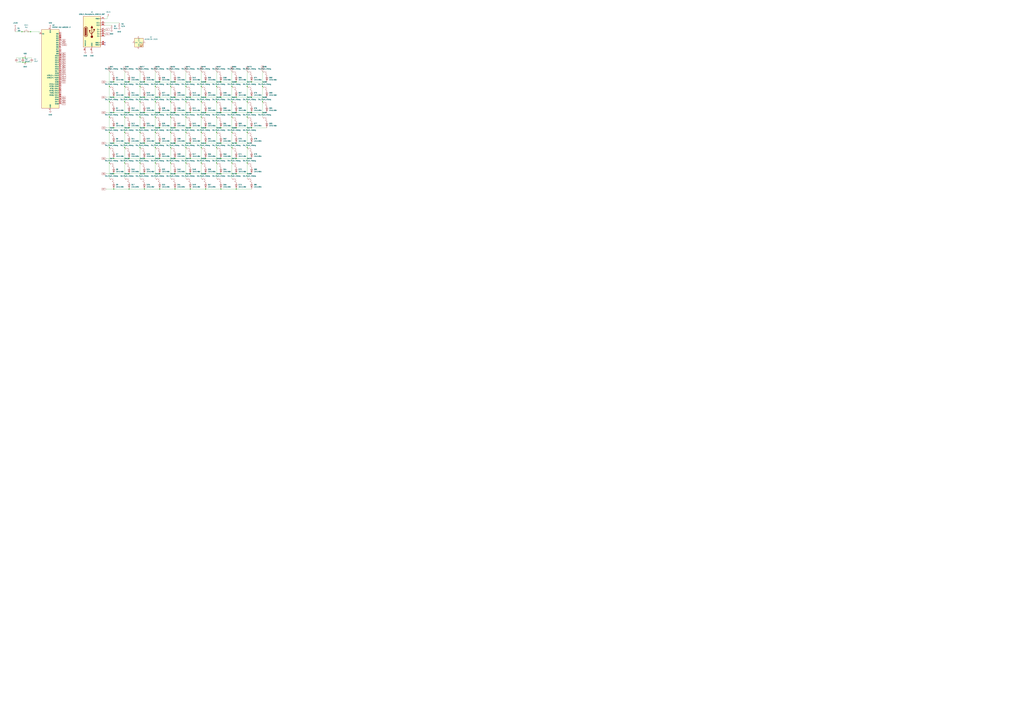
<source format=kicad_sch>
(kicad_sch (version 20250114) (generator "eeschema") (generator_version "9.0")
  (paper "A0")
  (junction (at 127 118.11))
  (junction (at 203.2 219.71))
  (junction (at 127 100.33))
  (junction (at 167.64 219.71))
  (junction (at 162.56 189.23))
  (junction (at 215.9 100.33))
  (junction (at 233.68 189.23))
  (junction (at 132.08 95.25))
  (junction (at 29.21 72.39))
  (junction (at 144.78 100.33))
  (junction (at 238.76 95.25))
  (junction (at 274.32 148.59))
  (junction (at 162.56 153.67))
  (junction (at 238.76 130.81))
  (junction (at 203.2 166.37))
  (junction (at 180.34 100.33))
  (junction (at 287.02 153.67))
  (junction (at 198.12 135.89))
  (junction (at 256.54 113.03))
  (junction (at 274.32 201.93))
  (junction (at 144.78 171.45))
  (junction (at 220.98 113.03))
  (junction (at 233.68 118.11))
  (junction (at 144.78 118.11))
  (junction (at 220.98 95.25))
  (junction (at 149.86 113.03))
  (junction (at 198.12 171.45))
  (junction (at 203.2 113.03))
  (junction (at 180.34 171.45))
  (junction (at 233.68 171.45))
  (junction (at 251.46 100.33))
  (junction (at 167.64 184.15))
  (junction (at 29.21 67.31))
  (junction (at 203.2 148.59))
  (junction (at 287.02 189.23))
  (junction (at 256.54 201.93))
  (junction (at 132.08 201.93))
  (junction (at 162.56 135.89))
  (junction (at 256.54 219.71))
  (junction (at 167.64 130.81))
  (junction (at 251.46 118.11))
  (junction (at 304.8 100.33))
  (junction (at 215.9 153.67))
  (junction (at 144.78 135.89))
  (junction (at 185.42 95.25))
  (junction (at 127 171.45))
  (junction (at 256.54 95.25))
  (junction (at 292.1 95.25))
  (junction (at 203.2 95.25))
  (junction (at 203.2 201.93))
  (junction (at 132.08 219.71))
  (junction (at 127 135.89))
  (junction (at 132.08 184.15))
  (junction (at 269.24 171.45))
  (junction (at 215.9 118.11))
  (junction (at 26.67 67.31))
  (junction (at 132.08 130.81))
  (junction (at 251.46 135.89))
  (junction (at 149.86 219.71))
  (junction (at 162.56 100.33))
  (junction (at 185.42 130.81))
  (junction (at 185.42 219.71))
  (junction (at 292.1 130.81))
  (junction (at 198.12 189.23))
  (junction (at 220.98 148.59))
  (junction (at 238.76 219.71))
  (junction (at 233.68 135.89))
  (junction (at 149.86 148.59))
  (junction (at 203.2 184.15))
  (junction (at 269.24 100.33))
  (junction (at 274.32 166.37))
  (junction (at 274.32 95.25))
  (junction (at 274.32 219.71))
  (junction (at 287.02 118.11))
  (junction (at 287.02 100.33))
  (junction (at 256.54 166.37))
  (junction (at 149.86 166.37))
  (junction (at 185.42 201.93))
  (junction (at 256.54 130.81))
  (junction (at 185.42 113.03))
  (junction (at 25.4 36.83))
  (junction (at 269.24 135.89))
  (junction (at 215.9 171.45))
  (junction (at 220.98 201.93))
  (junction (at 287.02 171.45))
  (junction (at 233.68 100.33))
  (junction (at 220.98 130.81))
  (junction (at 132.08 113.03))
  (junction (at 215.9 189.23))
  (junction (at 198.12 118.11))
  (junction (at 304.8 118.11))
  (junction (at 287.02 135.89))
  (junction (at 292.1 113.03))
  (junction (at 220.98 184.15))
  (junction (at 167.64 148.59))
  (junction (at 185.42 148.59))
  (junction (at 269.24 153.67))
  (junction (at 180.34 118.11))
  (junction (at 251.46 153.67))
  (junction (at 238.76 166.37))
  (junction (at 180.34 189.23))
  (junction (at 132.08 148.59))
  (junction (at 238.76 184.15))
  (junction (at 198.12 100.33))
  (junction (at 180.34 153.67))
  (junction (at 167.64 166.37))
  (junction (at 26.67 72.39))
  (junction (at 149.86 130.81))
  (junction (at 167.64 201.93))
  (junction (at 292.1 148.59))
  (junction (at 180.34 135.89))
  (junction (at 251.46 189.23))
  (junction (at 132.08 166.37))
  (junction (at 238.76 113.03))
  (junction (at 127 153.67))
  (junction (at 144.78 189.23))
  (junction (at 149.86 201.93))
  (junction (at 144.78 153.67))
  (junction (at 269.24 118.11))
  (junction (at 162.56 171.45))
  (junction (at 274.32 184.15))
  (junction (at 238.76 148.59))
  (junction (at 256.54 148.59))
  (junction (at 233.68 153.67))
  (junction (at 220.98 166.37))
  (junction (at 162.56 118.11))
  (junction (at 149.86 95.25))
  (junction (at 185.42 184.15))
  (junction (at 220.98 219.71))
  (junction (at 274.32 113.03))
  (junction (at 251.46 171.45))
  (junction (at 167.64 95.25))
  (junction (at 238.76 201.93))
  (junction (at 35.56 36.83))
  (junction (at 274.32 130.81))
  (junction (at 198.12 153.67))
  (junction (at 127 189.23))
  (junction (at 215.9 135.89))
  (junction (at 167.64 113.03))
  (junction (at 256.54 184.15))
  (junction (at 203.2 130.81))
  (junction (at 149.86 184.15))
  (junction (at 185.42 166.37))
  (junction (at 269.24 189.23))
  (no_connect (at 121.92 52.07))
  (no_connect (at 121.92 49.53))
  (wire (pts (xy 124.46 19.05) (xy 125.73 19.05)))
  (wire (pts (xy 45.72 36.83) (xy 45.72 39.37)))
  (wire (pts (xy 185.42 113.03) (xy 203.2 113.03)))
  (wire (pts (xy 162.56 189.23) (xy 162.56 207.01)))
  (wire (pts (xy 127 189.23) (xy 127 207.01)))
  (wire (pts (xy 198.12 118.11) (xy 198.12 135.89)))
  (wire (pts (xy 256.54 148.59) (xy 274.32 148.59)))
  (wire (pts (xy 29.21 72.39) (xy 36.83 72.39)))
  (wire (pts (xy 203.2 184.15) (xy 220.98 184.15)))
  (wire (pts (xy 220.98 201.93) (xy 238.76 201.93)))
  (wire (pts (xy 203.2 166.37) (xy 220.98 166.37)))
  (wire (pts (xy 127 171.45) (xy 127 189.23)))
  (wire (pts (xy 185.42 219.71) (xy 203.2 219.71)))
  (wire (pts (xy 123.19 95.25) (xy 132.08 95.25)))
  (wire (pts (xy 123.19 201.93) (xy 132.08 201.93)))
  (wire (pts (xy 19.05 72.39) (xy 26.67 72.39)))
  (wire (pts (xy 132.08 184.15) (xy 149.86 184.15)))
  (wire (pts (xy 123.19 219.71) (xy 132.08 219.71)))
  (wire (pts (xy 180.34 135.89) (xy 180.34 153.67)))
  (wire (pts (xy 292.1 130.81) (xy 309.88 130.81)))
  (wire (pts (xy 203.2 201.93) (xy 220.98 201.93)))
  (wire (pts (xy 304.8 118.11) (xy 304.8 135.89)))
  (wire (pts (xy 198.12 189.23) (xy 198.12 207.01)))
  (wire (pts (xy 132.08 130.81) (xy 149.86 130.81)))
  (wire (pts (xy 198.12 153.67) (xy 198.12 171.45)))
  (wire (pts (xy 149.86 95.25) (xy 167.64 95.25)))
  (wire (pts (xy 287.02 82.55) (xy 287.02 100.33)))
  (wire (pts (xy 180.34 100.33) (xy 180.34 118.11)))
  (wire (pts (xy 123.19 130.81) (xy 132.08 130.81)))
  (wire (pts (xy 144.78 135.89) (xy 144.78 153.67)))
  (wire (pts (xy 132.08 201.93) (xy 149.86 201.93)))
  (wire (pts (xy 162.56 100.33) (xy 162.56 118.11)))
  (wire (pts (xy 292.1 95.25) (xy 309.88 95.25)))
  (wire (pts (xy 292.1 113.03) (xy 309.88 113.03)))
  (wire (pts (xy 238.76 219.71) (xy 256.54 219.71)))
  (wire (pts (xy 121.92 26.67) (xy 138.43 26.67)))
  (wire (pts (xy 167.64 201.93) (xy 185.42 201.93)))
  (wire (pts (xy 29.21 67.31) (xy 36.83 67.31)))
  (wire (pts (xy 274.32 113.03) (xy 292.1 113.03)))
  (wire (pts (xy 198.12 135.89) (xy 198.12 153.67)))
  (wire (pts (xy 304.8 100.33) (xy 304.8 118.11)))
  (wire (pts (xy 144.78 153.67) (xy 144.78 171.45)))
  (wire (pts (xy 203.2 113.03) (xy 220.98 113.03)))
  (wire (pts (xy 203.2 130.81) (xy 220.98 130.81)))
  (wire (pts (xy 251.46 118.11) (xy 251.46 135.89)))
  (wire (pts (xy 215.9 171.45) (xy 215.9 189.23)))
  (wire (pts (xy 149.86 148.59) (xy 167.64 148.59)))
  (wire (pts (xy 26.67 72.39) (xy 29.21 72.39)))
  (wire (pts (xy 162.56 118.11) (xy 162.56 135.89)))
  (wire (pts (xy 121.92 29.21) (xy 129.54 29.21)))
  (wire (pts (xy 26.67 67.31) (xy 29.21 67.31)))
  (wire (pts (xy 287.02 153.67) (xy 287.02 171.45)))
  (wire (pts (xy 132.08 219.71) (xy 149.86 219.71)))
  (wire (pts (xy 233.68 100.33) (xy 233.68 118.11)))
  (wire (pts (xy 149.86 219.71) (xy 167.64 219.71)))
  (wire (pts (xy 132.08 166.37) (xy 149.86 166.37)))
  (wire (pts (xy 167.64 166.37) (xy 185.42 166.37)))
  (wire (pts (xy 127 100.33) (xy 127 118.11)))
  (wire (pts (xy 167.64 184.15) (xy 185.42 184.15)))
  (wire (pts (xy 180.34 171.45) (xy 180.34 189.23)))
  (wire (pts (xy 269.24 171.45) (xy 269.24 189.23)))
  (wire (pts (xy 220.98 219.71) (xy 238.76 219.71)))
  (wire (pts (xy 256.54 219.71) (xy 274.32 219.71)))
  (wire (pts (xy 203.2 219.71) (xy 220.98 219.71)))
  (wire (pts (xy 287.02 135.89) (xy 287.02 153.67)))
  (wire (pts (xy 238.76 166.37) (xy 256.54 166.37)))
  (wire (pts (xy 256.54 166.37) (xy 274.32 166.37)))
  (wire (pts (xy 121.92 34.29) (xy 121.92 36.83)))
  (wire (pts (xy 149.86 184.15) (xy 167.64 184.15)))
  (wire (pts (xy 238.76 113.03) (xy 256.54 113.03)))
  (wire (pts (xy 185.42 95.25) (xy 203.2 95.25)))
  (wire (pts (xy 185.42 201.93) (xy 203.2 201.93)))
  (wire (pts (xy 238.76 95.25) (xy 256.54 95.25)))
  (wire (pts (xy 180.34 153.67) (xy 180.34 171.45)))
  (wire (pts (xy 220.98 166.37) (xy 238.76 166.37)))
  (wire (pts (xy 123.19 113.03) (xy 132.08 113.03)))
  (wire (pts (xy 149.86 113.03) (xy 167.64 113.03)))
  (wire (pts (xy 180.34 189.23) (xy 180.34 207.01)))
  (wire (pts (xy 185.42 148.59) (xy 203.2 148.59)))
  (wire (pts (xy 198.12 82.55) (xy 198.12 100.33)))
  (wire (pts (xy 274.32 148.59) (xy 292.1 148.59)))
  (wire (pts (xy 124.46 21.59) (xy 121.92 21.59)))
  (wire (pts (xy 203.2 95.25) (xy 220.98 95.25)))
  (wire (pts (xy 162.56 153.67) (xy 162.56 171.45)))
  (wire (pts (xy 127 153.67) (xy 127 171.45)))
  (wire (pts (xy 19.05 67.31) (xy 26.67 67.31)))
  (wire (pts (xy 269.24 153.67) (xy 269.24 171.45)))
  (wire (pts (xy 274.32 95.25) (xy 292.1 95.25)))
  (wire (pts (xy 132.08 95.25) (xy 149.86 95.25)))
  (wire (pts (xy 167.64 148.59) (xy 185.42 148.59)))
  (wire (pts (xy 215.9 135.89) (xy 215.9 153.67)))
  (wire (pts (xy 233.68 171.45) (xy 233.68 189.23)))
  (wire (pts (xy 304.8 82.55) (xy 304.8 100.33)))
  (wire (pts (xy 162.56 135.89) (xy 162.56 153.67)))
  (wire (pts (xy 220.98 130.81) (xy 238.76 130.81)))
  (wire (pts (xy 269.24 189.23) (xy 269.24 207.01)))
  (wire (pts (xy 251.46 135.89) (xy 251.46 153.67)))
  (wire (pts (xy 144.78 171.45) (xy 144.78 189.23)))
  (wire (pts (xy 256.54 184.15) (xy 274.32 184.15)))
  (wire (pts (xy 149.86 130.81) (xy 167.64 130.81)))
  (wire (pts (xy 167.64 219.71) (xy 185.42 219.71)))
  (wire (pts (xy 256.54 130.81) (xy 274.32 130.81)))
  (wire (pts (xy 185.42 130.81) (xy 203.2 130.81)))
  (wire (pts (xy 251.46 171.45) (xy 251.46 189.23)))
  (wire (pts (xy 215.9 118.11) (xy 215.9 135.89)))
  (wire (pts (xy 45.72 36.83) (xy 35.56 36.83)))
  (wire (pts (xy 274.32 184.15) (xy 292.1 184.15)))
  (wire (pts (xy 185.42 184.15) (xy 203.2 184.15)))
  (wire (pts (xy 269.24 135.89) (xy 269.24 153.67)))
  (wire (pts (xy 121.92 39.37) (xy 121.92 41.91)))
  (wire (pts (xy 132.08 113.03) (xy 149.86 113.03)))
  (wire (pts (xy 149.86 201.93) (xy 167.64 201.93)))
  (wire (pts (xy 274.32 166.37) (xy 292.1 166.37)))
  (wire (pts (xy 220.98 113.03) (xy 238.76 113.03)))
  (wire (pts (xy 215.9 153.67) (xy 215.9 171.45)))
  (wire (pts (xy 144.78 100.33) (xy 144.78 118.11)))
  (wire (pts (xy 198.12 100.33) (xy 198.12 118.11)))
  (wire (pts (xy 167.64 113.03) (xy 185.42 113.03)))
  (wire (pts (xy 269.24 100.33) (xy 269.24 118.11)))
  (wire (pts (xy 144.78 189.23) (xy 144.78 207.01)))
  (wire (pts (xy 256.54 201.93) (xy 274.32 201.93)))
  (wire (pts (xy 233.68 153.67) (xy 233.68 171.45)))
  (wire (pts (xy 220.98 148.59) (xy 238.76 148.59)))
  (wire (pts (xy 274.32 219.71) (xy 292.1 219.71)))
  (wire (pts (xy 269.24 82.55) (xy 269.24 100.33)))
  (wire (pts (xy 215.9 100.33) (xy 215.9 118.11)))
  (wire (pts (xy 123.19 148.59) (xy 132.08 148.59)))
  (wire (pts (xy 287.02 189.23) (xy 287.02 207.01)))
  (wire (pts (xy 238.76 201.93) (xy 256.54 201.93)))
  (wire (pts (xy 220.98 95.25) (xy 238.76 95.25)))
  (wire (pts (xy 167.64 130.81) (xy 185.42 130.81)))
  (wire (pts (xy 292.1 148.59) (xy 309.88 148.59)))
  (wire (pts (xy 251.46 153.67) (xy 251.46 171.45)))
  (wire (pts (xy 149.86 166.37) (xy 167.64 166.37)))
  (wire (pts (xy 162.56 82.55) (xy 162.56 100.33)))
  (wire (pts (xy 144.78 82.55) (xy 144.78 100.33)))
  (wire (pts (xy 215.9 189.23) (xy 215.9 207.01)))
  (wire (pts (xy 123.19 166.37) (xy 132.08 166.37)))
  (wire (pts (xy 127 82.55) (xy 127 100.33)))
  (wire (pts (xy 233.68 189.23) (xy 233.68 207.01)))
  (wire (pts (xy 251.46 100.33) (xy 251.46 118.11)))
  (wire (pts (xy 220.98 184.15) (xy 238.76 184.15)))
  (wire (pts (xy 167.64 95.25) (xy 185.42 95.25)))
  (wire (pts (xy 144.78 118.11) (xy 144.78 135.89)))
  (wire (pts (xy 287.02 118.11) (xy 287.02 135.89)))
  (wire (pts (xy 180.34 82.55) (xy 180.34 100.33)))
  (wire (pts (xy 124.46 19.05) (xy 124.46 21.59)))
  (wire (pts (xy 233.68 118.11) (xy 233.68 135.89)))
  (wire (pts (xy 238.76 148.59) (xy 256.54 148.59)))
  (wire (pts (xy 256.54 95.25) (xy 274.32 95.25)))
  (wire (pts (xy 251.46 82.55) (xy 251.46 100.33)))
  (wire (pts (xy 274.32 201.93) (xy 292.1 201.93)))
  (wire (pts (xy 127 135.89) (xy 127 153.67)))
  (wire (pts (xy 25.4 36.83) (xy 17.78 36.83)))
  (wire (pts (xy 123.19 184.15) (xy 132.08 184.15)))
  (wire (pts (xy 127 118.11) (xy 127 135.89)))
  (wire (pts (xy 180.34 118.11) (xy 180.34 135.89)))
  (wire (pts (xy 238.76 130.81) (xy 256.54 130.81)))
  (wire (pts (xy 287.02 171.45) (xy 287.02 189.23)))
  (wire (pts (xy 35.56 36.83) (xy 25.4 36.83)))
  (wire (pts (xy 287.02 100.33) (xy 287.02 118.11)))
  (wire (pts (xy 251.46 189.23) (xy 251.46 207.01)))
  (wire (pts (xy 269.24 118.11) (xy 269.24 135.89)))
  (wire (pts (xy 274.32 130.81) (xy 292.1 130.81)))
  (wire (pts (xy 256.54 113.03) (xy 274.32 113.03)))
  (wire (pts (xy 203.2 148.59) (xy 220.98 148.59)))
  (wire (pts (xy 162.56 171.45) (xy 162.56 189.23)))
  (wire (pts (xy 233.68 82.55) (xy 233.68 100.33)))
  (wire (pts (xy 185.42 166.37) (xy 203.2 166.37)))
  (wire (pts (xy 233.68 135.89) (xy 233.68 153.67)))
  (wire (pts (xy 132.08 148.59) (xy 149.86 148.59)))
  (wire (pts (xy 238.76 184.15) (xy 256.54 184.15)))
  (wire (pts (xy 198.12 171.45) (xy 198.12 189.23)))
  (wire (pts (xy 215.9 82.55) (xy 215.9 100.33)))
  (global_label "C6" (shape input) (at 233.68 82.55 90) (property "Intersheetrefs" "${INTERSHEET_REFS}" (effects (hide yes))))
  (global_label "C1" (shape input) (at 71.12 85.09 0) (property "Intersheetrefs" "${INTERSHEET_REFS}" (effects (hide yes))))
  (global_label "R1" (shape input) (at 123.19 113.03 180) (property "Intersheetrefs" "${INTERSHEET_REFS}" (effects (hide yes))))
  (global_label "C6" (shape input) (at 71.12 118.11 0) (property "Intersheetrefs" "${INTERSHEET_REFS}" (effects (hide yes))))
  (global_label "C2" (shape input) (at 71.12 92.71 0) (property "Intersheetrefs" "${INTERSHEET_REFS}" (effects (hide yes))))
  (global_label "R2" (shape input) (at 123.19 130.81 180) (property "Intersheetrefs" "${INTERSHEET_REFS}" (effects (hide yes))))
  (global_label "C9" (shape input) (at 71.12 49.53 0) (property "Intersheetrefs" "${INTERSHEET_REFS}" (effects (hide yes))))
  (global_label "R7" (shape input) (at 123.19 219.71 180) (property "Intersheetrefs" "${INTERSHEET_REFS}" (effects (hide yes))))
  (global_label "R2" (shape input) (at 71.12 67.31 0) (property "Intersheetrefs" "${INTERSHEET_REFS}" (effects (hide yes))))
  (global_label "R5" (shape input) (at 123.19 184.15 180) (property "Intersheetrefs" "${INTERSHEET_REFS}" (effects (hide yes))))
  (global_label "C3" (shape input) (at 71.12 95.25 0) (property "Intersheetrefs" "${INTERSHEET_REFS}" (effects (hide yes))))
  (global_label "R1" (shape input) (at 71.12 64.77 0) (property "Intersheetrefs" "${INTERSHEET_REFS}" (effects (hide yes))))
  (global_label "C0" (shape input) (at 71.12 82.55 0) (property "Intersheetrefs" "${INTERSHEET_REFS}" (effects (hide yes))))
  (global_label "R7" (shape input) (at 71.12 80.01 0) (property "Intersheetrefs" "${INTERSHEET_REFS}" (effects (hide yes))))
  (global_label "C8" (shape input) (at 71.12 46.99 0) (property "Intersheetrefs" "${INTERSHEET_REFS}" (effects (hide yes))))
  (global_label "R3" (shape input) (at 71.12 69.85 0) (property "Intersheetrefs" "${INTERSHEET_REFS}" (effects (hide yes))))
  (global_label "R0" (shape input) (at 123.19 95.25 180) (property "Intersheetrefs" "${INTERSHEET_REFS}" (effects (hide yes))))
  (global_label "D+" (shape input) (at 121.92 39.37 0) (property "Intersheetrefs" "${INTERSHEET_REFS}" (effects (hide yes))))
  (global_label "C2" (shape input) (at 162.56 82.55 90) (property "Intersheetrefs" "${INTERSHEET_REFS}" (effects (hide yes))))
  (global_label "D-" (shape input) (at 71.12 87.63 0) (property "Intersheetrefs" "${INTERSHEET_REFS}" (effects (hide yes))))
  (global_label "C10" (shape input) (at 304.8 82.55 90) (property "Intersheetrefs" "${INTERSHEET_REFS}" (effects (hide yes))))
  (global_label "C4" (shape input) (at 198.12 82.55 90) (property "Intersheetrefs" "${INTERSHEET_REFS}" (effects (hide yes))))
  (global_label "C10" (shape input) (at 71.12 52.07 0) (property "Intersheetrefs" "${INTERSHEET_REFS}" (effects (hide yes))))
  (global_label "C7" (shape input) (at 71.12 120.65 0) (property "Intersheetrefs" "${INTERSHEET_REFS}" (effects (hide yes))))
  (global_label "C5" (shape input) (at 71.12 115.57 0) (property "Intersheetrefs" "${INTERSHEET_REFS}" (effects (hide yes))))
  (global_label "C5" (shape input) (at 215.9 82.55 90) (property "Intersheetrefs" "${INTERSHEET_REFS}" (effects (hide yes))))
  (global_label "R5" (shape input) (at 71.12 74.93 0) (property "Intersheetrefs" "${INTERSHEET_REFS}" (effects (hide yes))))
  (global_label "C4" (shape input) (at 71.12 113.03 0) (property "Intersheetrefs" "${INTERSHEET_REFS}" (effects (hide yes))))
  (global_label "R4" (shape input) (at 123.19 166.37 180) (property "Intersheetrefs" "${INTERSHEET_REFS}" (effects (hide yes))))
  (global_label "D+" (shape input) (at 71.12 90.17 0) (property "Intersheetrefs" "${INTERSHEET_REFS}" (effects (hide yes))))
  (global_label "R6" (shape input) (at 123.19 201.93 180) (property "Intersheetrefs" "${INTERSHEET_REFS}" (effects (hide yes))))
  (global_label "D-" (shape input) (at 121.92 34.29 0) (property "Intersheetrefs" "${INTERSHEET_REFS}" (effects (hide yes))))
  (global_label "R0" (shape input) (at 71.12 62.23 0) (property "Intersheetrefs" "${INTERSHEET_REFS}" (effects (hide yes))))
  (global_label "R4" (shape input) (at 71.12 72.39 0) (property "Intersheetrefs" "${INTERSHEET_REFS}" (effects (hide yes))))
  (global_label "C1" (shape input) (at 144.78 82.55 90) (property "Intersheetrefs" "${INTERSHEET_REFS}" (effects (hide yes))))
  (global_label "R3" (shape input) (at 123.19 148.59 180) (property "Intersheetrefs" "${INTERSHEET_REFS}" (effects (hide yes))))
  (global_label "C8" (shape input) (at 269.24 82.55 90) (property "Intersheetrefs" "${INTERSHEET_REFS}" (effects (hide yes))))
  (global_label "R6" (shape input) (at 71.12 77.47 0) (property "Intersheetrefs" "${INTERSHEET_REFS}" (effects (hide yes))))
  (global_label "C0" (shape input) (at 127 82.55 90) (property "Intersheetrefs" "${INTERSHEET_REFS}" (effects (hide yes))))
  (global_label "C7" (shape input) (at 251.46 82.55 90) (property "Intersheetrefs" "${INTERSHEET_REFS}" (effects (hide yes))))
  (global_label "C3" (shape input) (at 180.34 82.55 90) (property "Intersheetrefs" "${INTERSHEET_REFS}" (effects (hide yes))))
  (global_label "C9" (shape input) (at 287.02 82.55 90) (property "Intersheetrefs" "${INTERSHEET_REFS}" (effects (hide yes))))
  (symbol (lib_id "Switch:SW_Push_45deg") (at 254 120.65 0) (unit 1)
    (property "Reference" "SW59" (at 254 113.03 0))
    (property "Value" "SW_Push_45deg" (at 254 115.57 0))
    (property "Footprint" "PCM_Switch_Keyboard_Hotswap_Kailh:SW_Hotswap_Kailh_Choc_V1V2" (effects (hide yes)))
    (property "Description" "Push button switch, normally open, two pins, 45° tilted" (effects (hide yes)))
  )
  (symbol (lib_id "Switch:SW_Push_45deg") (at 200.66 209.55 0) (unit 1)
    (property "Reference" "SW40" (at 200.66 201.93 0))
    (property "Value" "SW_Push_45deg" (at 200.66 204.47 0))
    (property "Footprint" "PCM_Switch_Keyboard_Hotswap_Kailh:SW_Hotswap_Kailh_Choc_V1V2" (effects (hide yes)))
    (property "Description" "Push button switch, normally open, two pins, 45° tilted" (effects (hide yes)))
  )
  (symbol (lib_id "Diode:1N4148W") (at 238.76 180.34 90) (unit 1)
    (property "Reference" "D55" (at 241.3 179.0699 90) (effects (justify right)))
    (property "Value" "1N4148W" (at 241.3 181.6099 90) (effects (justify right)))
    (property "Footprint" "Diode_SMD:D_SOD-123" (effects (hide yes)))
    (property "Datasheet" "https://www.vishay.com/docs/85748/1n4148w.pdf" (effects (hide yes)))
    (property "Description" "75V 0.15A Fast Switching Diode, SOD-123" (effects (hide yes)))
    (property "Sim.Device" "D" (effects (hide yes)))
    (property "Sim.Pins" "1=K 2=A" (effects (hide yes)))
  )
  (symbol (lib_id "Switch:SW_Push_45deg") (at 147.32 85.09 0) (unit 1)
    (property "Reference" "SW9" (at 147.32 77.47 0))
    (property "Value" "SW_Push_45deg" (at 147.32 80.01 0))
    (property "Footprint" "PCM_Switch_Keyboard_Hotswap_Kailh:SW_Hotswap_Kailh_Choc_V1V2" (effects (hide yes)))
    (property "Description" "Push button switch, normally open, two pins, 45° tilted" (effects (hide yes)))
  )
  (symbol (lib_id "Diode:1N4148W") (at 185.42 215.9 90) (unit 1)
    (property "Reference" "D33" (at 187.96 214.6299 90) (effects (justify right)))
    (property "Value" "1N4148W" (at 187.96 217.1699 90) (effects (justify right)))
    (property "Footprint" "Diode_SMD:D_SOD-123" (effects (hide yes)))
    (property "Datasheet" "https://www.vishay.com/docs/85748/1n4148w.pdf" (effects (hide yes)))
    (property "Description" "75V 0.15A Fast Switching Diode, SOD-123" (effects (hide yes)))
    (property "Sim.Device" "D" (effects (hide yes)))
    (property "Sim.Pins" "1=K 2=A" (effects (hide yes)))
  )
  (symbol (lib_id "Diode:1N4148W") (at 309.88 144.78 90) (unit 1)
    (property "Reference" "D85" (at 312.42 143.5099 90) (effects (justify right)))
    (property "Value" "1N4148W" (at 312.42 146.0499 90) (effects (justify right)))
    (property "Footprint" "Diode_SMD:D_SOD-123" (effects (hide yes)))
    (property "Datasheet" "https://www.vishay.com/docs/85748/1n4148w.pdf" (effects (hide yes)))
    (property "Description" "75V 0.15A Fast Switching Diode, SOD-123" (effects (hide yes)))
    (property "Sim.Device" "D" (effects (hide yes)))
    (property "Sim.Pins" "1=K 2=A" (effects (hide yes)))
  )
  (symbol (lib_id "Diode:1N4148W") (at 132.08 109.22 90) (unit 1)
    (property "Reference" "D3" (at 134.62 107.9499 90) (effects (justify right)))
    (property "Value" "1N4148W" (at 134.62 110.4899 90) (effects (justify right)))
    (property "Footprint" "Diode_SMD:D_SOD-123" (effects (hide yes)))
    (property "Datasheet" "https://www.vishay.com/docs/85748/1n4148w.pdf" (effects (hide yes)))
    (property "Description" "75V 0.15A Fast Switching Diode, SOD-123" (effects (hide yes)))
    (property "Sim.Device" "D" (effects (hide yes)))
    (property "Sim.Pins" "1=K 2=A" (effects (hide yes)))
  )
  (symbol (lib_id "Switch:SW_Push_45deg") (at 165.1 138.43 0) (unit 1)
    (property "Reference" "SW20" (at 165.1 130.81 0))
    (property "Value" "SW_Push_45deg" (at 165.1 133.35 0))
    (property "Footprint" "PCM_Switch_Keyboard_Hotswap_Kailh:SW_Hotswap_Kailh_Choc_V1V2" (effects (hide yes)))
    (property "Description" "Push button switch, normally open, two pins, 45° tilted" (effects (hide yes)))
  )
  (symbol (lib_id "Switch:SW_Push_45deg") (at 165.1 156.21 0) (unit 1)
    (property "Reference" "SW21" (at 165.1 148.59 0))
    (property "Value" "SW_Push_45deg" (at 165.1 151.13 0))
    (property "Footprint" "PCM_Switch_Keyboard_Hotswap_Kailh:SW_Hotswap_Kailh_Choc_V1V2" (effects (hide yes)))
    (property "Description" "Push button switch, normally open, two pins, 45° tilted" (effects (hide yes)))
  )
  (symbol (lib_id "Diode:1N4148W") (at 203.2 91.44 90) (unit 1)
    (property "Reference" "D34" (at 205.74 90.1699 90) (effects (justify right)))
    (property "Value" "1N4148W" (at 205.74 92.7099 90) (effects (justify right)))
    (property "Footprint" "Diode_SMD:D_SOD-123" (effects (hide yes)))
    (property "Datasheet" "https://www.vishay.com/docs/85748/1n4148w.pdf" (effects (hide yes)))
    (property "Description" "75V 0.15A Fast Switching Diode, SOD-123" (effects (hide yes)))
    (property "Sim.Device" "D" (effects (hide yes)))
    (property "Sim.Pins" "1=K 2=A" (effects (hide yes)))
  )
  (symbol (lib_id "Switch:SW_Push_45deg") (at 182.88 85.09 0) (unit 1)
    (property "Reference" "SW25" (at 182.88 77.47 0))
    (property "Value" "SW_Push_45deg" (at 182.88 80.01 0))
    (property "Footprint" "PCM_Switch_Keyboard_Hotswap_Kailh:SW_Hotswap_Kailh_Choc_V1V2" (effects (hide yes)))
    (property "Description" "Push button switch, normally open, two pins, 45° tilted" (effects (hide yes)))
  )
  (symbol (lib_id "Switch:SW_Push_45deg") (at 271.78 173.99 0) (unit 1)
    (property "Reference" "SW70" (at 271.78 166.37 0))
    (property "Value" "SW_Push_45deg" (at 271.78 168.91 0))
    (property "Footprint" "PCM_Switch_Keyboard_Hotswap_Kailh:SW_Hotswap_Kailh_Choc_V1V2" (effects (hide yes)))
    (property "Description" "Push button switch, normally open, two pins, 45° tilted" (effects (hide yes)))
  )
  (symbol (lib_id "Switch:SW_Push_45deg") (at 129.54 102.87 0) (unit 1)
    (property "Reference" "SW2" (at 129.54 95.25 0))
    (property "Value" "SW_Push_45deg" (at 129.54 97.79 0))
    (property "Footprint" "PCM_Switch_Keyboard_Hotswap_Kailh:SW_Hotswap_Kailh_Choc_V1V2" (effects (hide yes)))
    (property "Description" "Push button switch, normally open, two pins, 45° tilted" (effects (hide yes)))
  )
  (symbol (lib_id "Switch:SW_Push_45deg") (at 271.78 191.77 0) (unit 1)
    (property "Reference" "SW71" (at 271.78 184.15 0))
    (property "Value" "SW_Push_45deg" (at 271.78 186.69 0))
    (property "Footprint" "PCM_Switch_Keyboard_Hotswap_Kailh:SW_Hotswap_Kailh_Choc_V1V2" (effects (hide yes)))
    (property "Description" "Push button switch, normally open, two pins, 45° tilted" (effects (hide yes)))
  )
  (symbol (lib_id "Diode:1N4148W") (at 132.08 91.44 90) (unit 1)
    (property "Reference" "D1" (at 134.62 90.1699 90) (effects (justify right)))
    (property "Value" "1N4148W" (at 134.62 92.7099 90) (effects (justify right)))
    (property "Footprint" "Diode_SMD:D_SOD-123" (effects (hide yes)))
    (property "Datasheet" "https://www.vishay.com/docs/85748/1n4148w.pdf" (effects (hide yes)))
    (property "Description" "75V 0.15A Fast Switching Diode, SOD-123" (effects (hide yes)))
    (property "Sim.Device" "D" (effects (hide yes)))
    (property "Sim.Pins" "1=K 2=A" (effects (hide yes)))
  )
  (symbol (lib_id "Diode:1N4148W") (at 309.88 127 90) (unit 1)
    (property "Reference" "D84" (at 312.42 125.7299 90) (effects (justify right)))
    (property "Value" "1N4148W" (at 312.42 128.2699 90) (effects (justify right)))
    (property "Footprint" "Diode_SMD:D_SOD-123" (effects (hide yes)))
    (property "Datasheet" "https://www.vishay.com/docs/85748/1n4148w.pdf" (effects (hide yes)))
    (property "Description" "75V 0.15A Fast Switching Diode, SOD-123" (effects (hide yes)))
    (property "Sim.Device" "D" (effects (hide yes)))
    (property "Sim.Pins" "1=K 2=A" (effects (hide yes)))
  )
  (symbol (lib_id "Diode:1N4148W") (at 274.32 215.9 90) (unit 1)
    (property "Reference" "D73" (at 276.86 214.6299 90) (effects (justify right)))
    (property "Value" "1N4148W" (at 276.86 217.1699 90) (effects (justify right)))
    (property "Footprint" "Diode_SMD:D_SOD-123" (effects (hide yes)))
    (property "Datasheet" "https://www.vishay.com/docs/85748/1n4148w.pdf" (effects (hide yes)))
    (property "Description" "75V 0.15A Fast Switching Diode, SOD-123" (effects (hide yes)))
    (property "Sim.Device" "D" (effects (hide yes)))
    (property "Sim.Pins" "1=K 2=A" (effects (hide yes)))
  )
  (symbol (lib_id "Diode:1N4148W") (at 220.98 109.22 90) (unit 1)
    (property "Reference" "D43" (at 223.52 107.9499 90) (effects (justify right)))
    (property "Value" "1N4148W" (at 223.52 110.4899 90) (effects (justify right)))
    (property "Footprint" "Diode_SMD:D_SOD-123" (effects (hide yes)))
    (property "Datasheet" "https://www.vishay.com/docs/85748/1n4148w.pdf" (effects (hide yes)))
    (property "Description" "75V 0.15A Fast Switching Diode, SOD-123" (effects (hide yes)))
    (property "Sim.Device" "D" (effects (hide yes)))
    (property "Sim.Pins" "1=K 2=A" (effects (hide yes)))
  )
  (symbol (lib_id "Switch:SW_Push_45deg") (at 129.54 120.65 0) (unit 1)
    (property "Reference" "SW3" (at 129.54 113.03 0))
    (property "Value" "SW_Push_45deg" (at 129.54 115.57 0))
    (property "Footprint" "PCM_Switch_Keyboard_Hotswap_Kailh:SW_Hotswap_Kailh_Choc_V1V2" (effects (hide yes)))
    (property "Description" "Push button switch, normally open, two pins, 45° tilted" (effects (hide yes)))
  )
  (symbol (lib_id "Diode:1N4148W") (at 185.42 91.44 90) (unit 1)
    (property "Reference" "D26" (at 187.96 90.1699 90) (effects (justify right)))
    (property "Value" "1N4148W" (at 187.96 92.7099 90) (effects (justify right)))
    (property "Footprint" "Diode_SMD:D_SOD-123" (effects (hide yes)))
    (property "Datasheet" "https://www.vishay.com/docs/85748/1n4148w.pdf" (effects (hide yes)))
    (property "Description" "75V 0.15A Fast Switching Diode, SOD-123" (effects (hide yes)))
    (property "Sim.Device" "D" (effects (hide yes)))
    (property "Sim.Pins" "1=K 2=A" (effects (hide yes)))
  )
  (symbol (lib_id "Diode:1N4148W") (at 274.32 144.78 90) (unit 1)
    (property "Reference" "D69" (at 276.86 143.5099 90) (effects (justify right)))
    (property "Value" "1N4148W" (at 276.86 146.0499 90) (effects (justify right)))
    (property "Footprint" "Diode_SMD:D_SOD-123" (effects (hide yes)))
    (property "Datasheet" "https://www.vishay.com/docs/85748/1n4148w.pdf" (effects (hide yes)))
    (property "Description" "75V 0.15A Fast Switching Diode, SOD-123" (effects (hide yes)))
    (property "Sim.Device" "D" (effects (hide yes)))
    (property "Sim.Pins" "1=K 2=A" (effects (hide yes)))
  )
  (symbol (lib_id "Diode:1N4148W") (at 238.76 91.44 90) (unit 1)
    (property "Reference" "D50" (at 241.3 90.1699 90) (effects (justify right)))
    (property "Value" "1N4148W" (at 241.3 92.7099 90) (effects (justify right)))
    (property "Footprint" "Diode_SMD:D_SOD-123" (effects (hide yes)))
    (property "Datasheet" "https://www.vishay.com/docs/85748/1n4148w.pdf" (effects (hide yes)))
    (property "Description" "75V 0.15A Fast Switching Diode, SOD-123" (effects (hide yes)))
    (property "Sim.Device" "D" (effects (hide yes)))
    (property "Sim.Pins" "1=K 2=A" (effects (hide yes)))
  )
  (symbol (lib_id "Diode:1N4148W") (at 238.76 144.78 90) (unit 1)
    (property "Reference" "D53" (at 241.3 143.5099 90) (effects (justify right)))
    (property "Value" "1N4148W" (at 241.3 146.0499 90) (effects (justify right)))
    (property "Footprint" "Diode_SMD:D_SOD-123" (effects (hide yes)))
    (property "Datasheet" "https://www.vishay.com/docs/85748/1n4148w.pdf" (effects (hide yes)))
    (property "Description" "75V 0.15A Fast Switching Diode, SOD-123" (effects (hide yes)))
    (property "Sim.Device" "D" (effects (hide yes)))
    (property "Sim.Pins" "1=K 2=A" (effects (hide yes)))
  )
  (symbol (lib_id "Diode:1N4148W") (at 220.98 144.78 90) (unit 1)
    (property "Reference" "D45" (at 223.52 143.5099 90) (effects (justify right)))
    (property "Value" "1N4148W" (at 223.52 146.0499 90) (effects (justify right)))
    (property "Footprint" "Diode_SMD:D_SOD-123" (effects (hide yes)))
    (property "Datasheet" "https://www.vishay.com/docs/85748/1n4148w.pdf" (effects (hide yes)))
    (property "Description" "75V 0.15A Fast Switching Diode, SOD-123" (effects (hide yes)))
    (property "Sim.Device" "D" (effects (hide yes)))
    (property "Sim.Pins" "1=K 2=A" (effects (hide yes)))
  )
  (symbol (lib_id "Diode:1N4148W") (at 309.88 91.44 90) (unit 1)
    (property "Reference" "D82" (at 312.42 90.1699 90) (effects (justify right)))
    (property "Value" "1N4148W" (at 312.42 92.7099 90) (effects (justify right)))
    (property "Footprint" "Diode_SMD:D_SOD-123" (effects (hide yes)))
    (property "Datasheet" "https://www.vishay.com/docs/85748/1n4148w.pdf" (effects (hide yes)))
    (property "Description" "75V 0.15A Fast Switching Diode, SOD-123" (effects (hide yes)))
    (property "Sim.Device" "D" (effects (hide yes)))
    (property "Sim.Pins" "1=K 2=A" (effects (hide yes)))
  )
  (symbol (lib_id "Diode:1N4148W") (at 132.08 215.9 90) (unit 1)
    (property "Reference" "D9" (at 134.62 214.6299 90) (effects (justify right)))
    (property "Value" "1N4148W" (at 134.62 217.1699 90) (effects (justify right)))
    (property "Footprint" "Diode_SMD:D_SOD-123" (effects (hide yes)))
    (property "Datasheet" "https://www.vishay.com/docs/85748/1n4148w.pdf" (effects (hide yes)))
    (property "Description" "75V 0.15A Fast Switching Diode, SOD-123" (effects (hide yes)))
    (property "Sim.Device" "D" (effects (hide yes)))
    (property "Sim.Pins" "1=K 2=A" (effects (hide yes)))
  )
  (symbol (lib_id "Diode:1N4148W") (at 256.54 144.78 90) (unit 1)
    (property "Reference" "D61" (at 259.08 143.5099 90) (effects (justify right)))
    (property "Value" "1N4148W" (at 259.08 146.0499 90) (effects (justify right)))
    (property "Footprint" "Diode_SMD:D_SOD-123" (effects (hide yes)))
    (property "Datasheet" "https://www.vishay.com/docs/85748/1n4148w.pdf" (effects (hide yes)))
    (property "Description" "75V 0.15A Fast Switching Diode, SOD-123" (effects (hide yes)))
    (property "Sim.Device" "D" (effects (hide yes)))
    (property "Sim.Pins" "1=K 2=A" (effects (hide yes)))
  )
  (symbol (lib_id "Diode:1N4148W") (at 220.98 127 90) (unit 1)
    (property "Reference" "D44" (at 223.52 125.7299 90) (effects (justify right)))
    (property "Value" "1N4148W" (at 223.52 128.2699 90) (effects (justify right)))
    (property "Footprint" "Diode_SMD:D_SOD-123" (effects (hide yes)))
    (property "Datasheet" "https://www.vishay.com/docs/85748/1n4148w.pdf" (effects (hide yes)))
    (property "Description" "75V 0.15A Fast Switching Diode, SOD-123" (effects (hide yes)))
    (property "Sim.Device" "D" (effects (hide yes)))
    (property "Sim.Pins" "1=K 2=A" (effects (hide yes)))
  )
  (symbol (lib_id "Switch:SW_Push_45deg") (at 271.78 85.09 0) (unit 1)
    (property "Reference" "SW65" (at 271.78 77.47 0))
    (property "Value" "SW_Push_45deg" (at 271.78 80.01 0))
    (property "Footprint" "PCM_Switch_Keyboard_Hotswap_Kailh:SW_Hotswap_Kailh_Choc_V1V2" (effects (hide yes)))
    (property "Description" "Push button switch, normally open, two pins, 45° tilted" (effects (hide yes)))
  )
  (symbol (lib_id "Switch:SW_Push_45deg") (at 254 138.43 0) (unit 1)
    (property "Reference" "SW60" (at 254 130.81 0))
    (property "Value" "SW_Push_45deg" (at 254 133.35 0))
    (property "Footprint" "PCM_Switch_Keyboard_Hotswap_Kailh:SW_Hotswap_Kailh_Choc_V1V2" (effects (hide yes)))
    (property "Description" "Push button switch, normally open, two pins, 45° tilted" (effects (hide yes)))
  )
  (symbol (lib_id "Switch:SW_Push_45deg") (at 182.88 102.87 0) (unit 1)
    (property "Reference" "SW26" (at 182.88 95.25 0))
    (property "Value" "SW_Push_45deg" (at 182.88 97.79 0))
    (property "Footprint" "PCM_Switch_Keyboard_Hotswap_Kailh:SW_Hotswap_Kailh_Choc_V1V2" (effects (hide yes)))
    (property "Description" "Push button switch, normally open, two pins, 45° tilted" (effects (hide yes)))
  )
  (symbol (lib_id "Switch:SW_Push_45deg") (at 218.44 138.43 0) (unit 1)
    (property "Reference" "SW44" (at 218.44 130.81 0))
    (property "Value" "SW_Push_45deg" (at 218.44 133.35 0))
    (property "Footprint" "PCM_Switch_Keyboard_Hotswap_Kailh:SW_Hotswap_Kailh_Choc_V1V2" (effects (hide yes)))
    (property "Description" "Push button switch, normally open, two pins, 45° tilted" (effects (hide yes)))
  )
  (symbol (lib_id "Switch:SW_Push_45deg") (at 271.78 209.55 0) (unit 1)
    (property "Reference" "SW72" (at 271.78 201.93 0))
    (property "Value" "SW_Push_45deg" (at 271.78 204.47 0))
    (property "Footprint" "PCM_Switch_Keyboard_Hotswap_Kailh:SW_Hotswap_Kailh_Choc_V1V2" (effects (hide yes)))
    (property "Description" "Push button switch, normally open, two pins, 45° tilted" (effects (hide yes)))
  )
  (symbol (lib_id "Diode:1N4148W") (at 132.08 162.56 90) (unit 1)
    (property "Reference" "D6" (at 134.62 161.2899 90) (effects (justify right)))
    (property "Value" "1N4148W" (at 134.62 163.8299 90) (effects (justify right)))
    (property "Footprint" "Diode_SMD:D_SOD-123" (effects (hide yes)))
    (property "Datasheet" "https://www.vishay.com/docs/85748/1n4148w.pdf" (effects (hide yes)))
    (property "Description" "75V 0.15A Fast Switching Diode, SOD-123" (effects (hide yes)))
    (property "Sim.Device" "D" (effects (hide yes)))
    (property "Sim.Pins" "1=K 2=A" (effects (hide yes)))
  )
  (symbol (lib_id "Diode:1N4148W") (at 167.64 109.22 90) (unit 1)
    (property "Reference" "D19" (at 170.18 107.9499 90) (effects (justify right)))
    (property "Value" "1N4148W" (at 170.18 110.4899 90) (effects (justify right)))
    (property "Footprint" "Diode_SMD:D_SOD-123" (effects (hide yes)))
    (property "Datasheet" "https://www.vishay.com/docs/85748/1n4148w.pdf" (effects (hide yes)))
    (property "Description" "75V 0.15A Fast Switching Diode, SOD-123" (effects (hide yes)))
    (property "Sim.Device" "D" (effects (hide yes)))
    (property "Sim.Pins" "1=K 2=A" (effects (hide yes)))
  )
  (symbol (lib_id "power:VBUS") (at 125.73 19.05 0) (unit 1)
    (property "Reference" "#PWR010" (effects (hide yes)))
    (property "Value" "VBUS" (at 125.73 13.97 0))
    (property "Description" "Power symbol creates a global label with name \"VBUS\"" (effects (hide yes)))
  )
  (symbol (lib_id "power:GND") (at 99.06 59.69 0) (unit 1)
    (property "Reference" "#PWR09" (effects (hide yes)))
    (property "Value" "GND" (at 99.06 64.77 0))
    (property "Description" "Power symbol creates a global label with name \"GND\" , ground" (effects (hide yes)))
  )
  (symbol (lib_id "Diode:1N4148W") (at 132.08 127 90) (unit 1)
    (property "Reference" "D4" (at 134.62 125.7299 90) (effects (justify right)))
    (property "Value" "1N4148W" (at 134.62 128.2699 90) (effects (justify right)))
    (property "Footprint" "Diode_SMD:D_SOD-123" (effects (hide yes)))
    (property "Datasheet" "https://www.vishay.com/docs/85748/1n4148w.pdf" (effects (hide yes)))
    (property "Description" "75V 0.15A Fast Switching Diode, SOD-123" (effects (hide yes)))
    (property "Sim.Device" "D" (effects (hide yes)))
    (property "Sim.Pins" "1=K 2=A" (effects (hide yes)))
  )
  (symbol (lib_id "Diode:1N4148W") (at 220.98 180.34 90) (unit 1)
    (property "Reference" "D47" (at 223.52 179.0699 90) (effects (justify right)))
    (property "Value" "1N4148W" (at 223.52 181.6099 90) (effects (justify right)))
    (property "Footprint" "Diode_SMD:D_SOD-123" (effects (hide yes)))
    (property "Datasheet" "https://www.vishay.com/docs/85748/1n4148w.pdf" (effects (hide yes)))
    (property "Description" "75V 0.15A Fast Switching Diode, SOD-123" (effects (hide yes)))
    (property "Sim.Device" "D" (effects (hide yes)))
    (property "Sim.Pins" "1=K 2=A" (effects (hide yes)))
  )
  (symbol (lib_id "Diode:1N4148W") (at 256.54 109.22 90) (unit 1)
    (property "Reference" "D59" (at 259.08 107.9499 90) (effects (justify right)))
    (property "Value" "1N4148W" (at 259.08 110.4899 90) (effects (justify right)))
    (property "Footprint" "Diode_SMD:D_SOD-123" (effects (hide yes)))
    (property "Datasheet" "https://www.vishay.com/docs/85748/1n4148w.pdf" (effects (hide yes)))
    (property "Description" "75V 0.15A Fast Switching Diode, SOD-123" (effects (hide yes)))
    (property "Sim.Device" "D" (effects (hide yes)))
    (property "Sim.Pins" "1=K 2=A" (effects (hide yes)))
  )
  (symbol (lib_id "Switch:SW_Push_45deg") (at 289.56 191.77 0) (unit 1)
    (property "Reference" "SW79" (at 289.56 184.15 0))
    (property "Value" "SW_Push_45deg" (at 289.56 186.69 0))
    (property "Footprint" "PCM_Switch_Keyboard_Hotswap_Kailh:SW_Hotswap_Kailh_Choc_V1V2" (effects (hide yes)))
    (property "Description" "Push button switch, normally open, two pins, 45° tilted" (effects (hide yes)))
  )
  (symbol (lib_id "Switch:SW_Push_45deg") (at 218.44 102.87 0) (unit 1)
    (property "Reference" "SW42" (at 218.44 95.25 0))
    (property "Value" "SW_Push_45deg" (at 218.44 97.79 0))
    (property "Footprint" "PCM_Switch_Keyboard_Hotswap_Kailh:SW_Hotswap_Kailh_Choc_V1V2" (effects (hide yes)))
    (property "Description" "Push button switch, normally open, two pins, 45° tilted" (effects (hide yes)))
  )
  (symbol (lib_id "Device:R_Small_US") (at 138.43 29.21 0) (unit 1)
    (property "Reference" "R3" (at 140.97 27.9399 0) (effects (justify left)))
    (property "Value" "5.1k" (at 140.97 30.4799 0) (effects (justify left)))
    (property "Description" "Resistor, small US symbol" (effects (hide yes)))
  )
  (symbol (lib_id "Switch:SW_Push_45deg") (at 307.34 102.87 0) (unit 1)
    (property "Reference" "SW82" (at 307.34 95.25 0))
    (property "Value" "SW_Push_45deg" (at 307.34 97.79 0))
    (property "Footprint" "PCM_Switch_Keyboard_Hotswap_Kailh:SW_Hotswap_Kailh_Choc_V1V2" (effects (hide yes)))
    (property "Description" "Push button switch, normally open, two pins, 45° tilted" (effects (hide yes)))
  )
  (symbol (lib_id "Connector:USB_C_Receptacle_USB2.0_16P") (at 106.68 36.83 0) (unit 1)
    (property "Reference" "J1" (at 106.68 13.97 0))
    (property "Value" "USB_C_Receptacle_USB2.0_16P" (at 106.68 16.51 0))
    (property "Footprint" "Connector_USB:USB_C_Receptacle_G-Switch_GT-USB-7010ASV" (effects (hide yes)))
    (property "Datasheet" "https://www.usb.org/sites/default/files/documents/usb_type-c.zip" (effects (hide yes)))
    (property "Description" "USB 2.0-only 16P Type-C Receptacle connector" (effects (hide yes)))
  )
  (symbol (lib_id "Switch:SW_Push_45deg") (at 129.54 156.21 0) (unit 1)
    (property "Reference" "SW5" (at 129.54 148.59 0))
    (property "Value" "SW_Push_45deg" (at 129.54 151.13 0))
    (property "Footprint" "PCM_Switch_Keyboard_Hotswap_Kailh:SW_Hotswap_Kailh_Choc_V1V2" (effects (hide yes)))
    (property "Description" "Push button switch, normally open, two pins, 45° tilted" (effects (hide yes)))
  )
  (symbol (lib_id "Switch:SW_Push_45deg") (at 147.32 191.77 0) (unit 1)
    (property "Reference" "SW15" (at 147.32 184.15 0))
    (property "Value" "SW_Push_45deg" (at 147.32 186.69 0))
    (property "Footprint" "PCM_Switch_Keyboard_Hotswap_Kailh:SW_Hotswap_Kailh_Choc_V1V2" (effects (hide yes)))
    (property "Description" "Push button switch, normally open, two pins, 45° tilted" (effects (hide yes)))
  )
  (symbol (lib_id "Switch:SW_Push_45deg") (at 129.54 209.55 0) (unit 1)
    (property "Reference" "SW8" (at 129.54 201.93 0))
    (property "Value" "SW_Push_45deg" (at 129.54 204.47 0))
    (property "Footprint" "PCM_Switch_Keyboard_Hotswap_Kailh:SW_Hotswap_Kailh_Choc_V1V2" (effects (hide yes)))
    (property "Description" "Push button switch, normally open, two pins, 45° tilted" (effects (hide yes)))
  )
  (symbol (lib_id "Diode:1N4148W") (at 185.42 109.22 90) (unit 1)
    (property "Reference" "D27" (at 187.96 107.9499 90) (effects (justify right)))
    (property "Value" "1N4148W" (at 187.96 110.4899 90) (effects (justify right)))
    (property "Footprint" "Diode_SMD:D_SOD-123" (effects (hide yes)))
    (property "Datasheet" "https://www.vishay.com/docs/85748/1n4148w.pdf" (effects (hide yes)))
    (property "Description" "75V 0.15A Fast Switching Diode, SOD-123" (effects (hide yes)))
    (property "Sim.Device" "D" (effects (hide yes)))
    (property "Sim.Pins" "1=K 2=A" (effects (hide yes)))
  )
  (symbol (lib_id "Switch:SW_Push_45deg") (at 129.54 173.99 0) (unit 1)
    (property "Reference" "SW6" (at 129.54 166.37 0))
    (property "Value" "SW_Push_45deg" (at 129.54 168.91 0))
    (property "Footprint" "PCM_Switch_Keyboard_Hotswap_Kailh:SW_Hotswap_Kailh_Choc_V1V2" (effects (hide yes)))
    (property "Description" "Push button switch, normally open, two pins, 45° tilted" (effects (hide yes)))
  )
  (symbol (lib_id "Switch:SW_Push_45deg") (at 129.54 138.43 0) (unit 1)
    (property "Reference" "SW4" (at 129.54 130.81 0))
    (property "Value" "SW_Push_45deg" (at 129.54 133.35 0))
    (property "Footprint" "PCM_Switch_Keyboard_Hotswap_Kailh:SW_Hotswap_Kailh_Choc_V1V2" (effects (hide yes)))
    (property "Description" "Push button switch, normally open, two pins, 45° tilted" (effects (hide yes)))
  )
  (symbol (lib_id "Switch:SW_Push_45deg") (at 165.1 120.65 0) (unit 1)
    (property "Reference" "SW19" (at 165.1 113.03 0))
    (property "Value" "SW_Push_45deg" (at 165.1 115.57 0))
    (property "Footprint" "PCM_Switch_Keyboard_Hotswap_Kailh:SW_Hotswap_Kailh_Choc_V1V2" (effects (hide yes)))
    (property "Description" "Push button switch, normally open, two pins, 45° tilted" (effects (hide yes)))
  )
  (symbol (lib_id "Diode:1N4148W") (at 203.2 162.56 90) (unit 1)
    (property "Reference" "D38" (at 205.74 161.2899 90) (effects (justify right)))
    (property "Value" "1N4148W" (at 205.74 163.8299 90) (effects (justify right)))
    (property "Footprint" "Diode_SMD:D_SOD-123" (effects (hide yes)))
    (property "Datasheet" "https://www.vishay.com/docs/85748/1n4148w.pdf" (effects (hide yes)))
    (property "Description" "75V 0.15A Fast Switching Diode, SOD-123" (effects (hide yes)))
    (property "Sim.Device" "D" (effects (hide yes)))
    (property "Sim.Pins" "1=K 2=A" (effects (hide yes)))
  )
  (symbol (lib_id "Switch:SW_Push_45deg") (at 165.1 173.99 0) (unit 1)
    (property "Reference" "SW22" (at 165.1 166.37 0))
    (property "Value" "SW_Push_45deg" (at 165.1 168.91 0))
    (property "Footprint" "PCM_Switch_Keyboard_Hotswap_Kailh:SW_Hotswap_Kailh_Choc_V1V2" (effects (hide yes)))
    (property "Description" "Push button switch, normally open, two pins, 45° tilted" (effects (hide yes)))
  )
  (symbol (lib_id "Diode:1N4148W") (at 292.1 180.34 90) (unit 1)
    (property "Reference" "D79" (at 294.64 179.0699 90) (effects (justify right)))
    (property "Value" "1N4148W" (at 294.64 181.6099 90) (effects (justify right)))
    (property "Footprint" "Diode_SMD:D_SOD-123" (effects (hide yes)))
    (property "Datasheet" "https://www.vishay.com/docs/85748/1n4148w.pdf" (effects (hide yes)))
    (property "Description" "75V 0.15A Fast Switching Diode, SOD-123" (effects (hide yes)))
    (property "Sim.Device" "D" (effects (hide yes)))
    (property "Sim.Pins" "1=K 2=A" (effects (hide yes)))
  )
  (symbol (lib_id "power:GND") (at 138.43 31.75 0) (unit 1)
    (property "Reference" "#PWR07" (effects (hide yes)))
    (property "Value" "GND" (at 138.43 36.83 0))
    (property "Description" "Power symbol creates a global label with name \"GND\" , ground" (effects (hide yes)))
  )
  (symbol (lib_id "Diode:1N4148W") (at 167.64 162.56 90) (unit 1)
    (property "Reference" "D22" (at 170.18 161.2899 90) (effects (justify right)))
    (property "Value" "1N4148W" (at 170.18 163.8299 90) (effects (justify right)))
    (property "Footprint" "Diode_SMD:D_SOD-123" (effects (hide yes)))
    (property "Datasheet" "https://www.vishay.com/docs/85748/1n4148w.pdf" (effects (hide yes)))
    (property "Description" "75V 0.15A Fast Switching Diode, SOD-123" (effects (hide yes)))
    (property "Sim.Device" "D" (effects (hide yes)))
    (property "Sim.Pins" "1=K 2=A" (effects (hide yes)))
  )
  (symbol (lib_id "Device:C_Small_US") (at 19.05 69.85 0) (unit 1)
    (property "Reference" "C1" (at 21.59 68.7069 0) (effects (justify left)))
    (property "Value" "1uf" (at 21.59 71.2469 0) (effects (justify left)))
    (property "Description" "capacitor, small US symbol" (effects (hide yes)))
  )
  (symbol (lib_id "Diode:1N4148W") (at 167.64 180.34 90) (unit 1)
    (property "Reference" "D23" (at 170.18 179.0699 90) (effects (justify right)))
    (property "Value" "1N4148W" (at 170.18 181.6099 90) (effects (justify right)))
    (property "Footprint" "Diode_SMD:D_SOD-123" (effects (hide yes)))
    (property "Datasheet" "https://www.vishay.com/docs/85748/1n4148w.pdf" (effects (hide yes)))
    (property "Description" "75V 0.15A Fast Switching Diode, SOD-123" (effects (hide yes)))
    (property "Sim.Device" "D" (effects (hide yes)))
    (property "Sim.Pins" "1=K 2=A" (effects (hide yes)))
  )
  (symbol (lib_id "Diode:1N4148W") (at 149.86 215.9 90) (unit 1)
    (property "Reference" "D17" (at 152.4 214.6299 90) (effects (justify right)))
    (property "Value" "1N4148W" (at 152.4 217.1699 90) (effects (justify right)))
    (property "Footprint" "Diode_SMD:D_SOD-123" (effects (hide yes)))
    (property "Datasheet" "https://www.vishay.com/docs/85748/1n4148w.pdf" (effects (hide yes)))
    (property "Description" "75V 0.15A Fast Switching Diode, SOD-123" (effects (hide yes)))
    (property "Sim.Device" "D" (effects (hide yes)))
    (property "Sim.Pins" "1=K 2=A" (effects (hide yes)))
  )
  (symbol (lib_id "Switch:SW_Push_45deg") (at 254 191.77 0) (unit 1)
    (property "Reference" "SW63" (at 254 184.15 0))
    (property "Value" "SW_Push_45deg" (at 254 186.69 0))
    (property "Footprint" "PCM_Switch_Keyboard_Hotswap_Kailh:SW_Hotswap_Kailh_Choc_V1V2" (effects (hide yes)))
    (property "Description" "Push button switch, normally open, two pins, 45° tilted" (effects (hide yes)))
  )
  (symbol (lib_id "Diode:1N4148W") (at 274.32 198.12 90) (unit 1)
    (property "Reference" "D72" (at 276.86 196.8499 90) (effects (justify right)))
    (property "Value" "1N4148W" (at 276.86 199.3899 90) (effects (justify right)))
    (property "Footprint" "Diode_SMD:D_SOD-123" (effects (hide yes)))
    (property "Datasheet" "https://www.vishay.com/docs/85748/1n4148w.pdf" (effects (hide yes)))
    (property "Description" "75V 0.15A Fast Switching Diode, SOD-123" (effects (hide yes)))
    (property "Sim.Device" "D" (effects (hide yes)))
    (property "Sim.Pins" "1=K 2=A" (effects (hide yes)))
  )
  (symbol (lib_id "Switch:SW_Push_45deg") (at 200.66 120.65 0) (unit 1)
    (property "Reference" "SW35" (at 200.66 113.03 0))
    (property "Value" "SW_Push_45deg" (at 200.66 115.57 0))
    (property "Footprint" "PCM_Switch_Keyboard_Hotswap_Kailh:SW_Hotswap_Kailh_Choc_V1V2" (effects (hide yes)))
    (property "Description" "Push button switch, normally open, two pins, 45° tilted" (effects (hide yes)))
  )
  (symbol (lib_id "Diode:1N4148W") (at 292.1 162.56 90) (unit 1)
    (property "Reference" "D78" (at 294.64 161.2899 90) (effects (justify right)))
    (property "Value" "1N4148W" (at 294.64 163.8299 90) (effects (justify right)))
    (property "Footprint" "Diode_SMD:D_SOD-123" (effects (hide yes)))
    (property "Datasheet" "https://www.vishay.com/docs/85748/1n4148w.pdf" (effects (hide yes)))
    (property "Description" "75V 0.15A Fast Switching Diode, SOD-123" (effects (hide yes)))
    (property "Sim.Device" "D" (effects (hide yes)))
    (property "Sim.Pins" "1=K 2=A" (effects (hide yes)))
  )
  (symbol (lib_id "power:GND") (at 29.21 72.39 0) (unit 1)
    (property "Reference" "#PWR01" (effects (hide yes)))
    (property "Value" "GND" (at 29.21 77.47 0))
    (property "Description" "Power symbol creates a global label with name \"GND\" , ground" (effects (hide yes)))
  )
  (symbol (lib_id "power:GND") (at 129.54 34.29 0) (unit 1)
    (property "Reference" "#PWR06" (effects (hide yes)))
    (property "Value" "GND" (at 129.54 39.37 0))
    (property "Description" "Power symbol creates a global label with name \"GND\" , ground" (effects (hide yes)))
  )
  (symbol (lib_id "Switch:SW_Push_45deg") (at 236.22 120.65 0) (unit 1)
    (property "Reference" "SW51" (at 236.22 113.03 0))
    (property "Value" "SW_Push_45deg" (at 236.22 115.57 0))
    (property "Footprint" "PCM_Switch_Keyboard_Hotswap_Kailh:SW_Hotswap_Kailh_Choc_V1V2" (effects (hide yes)))
    (property "Description" "Push button switch, normally open, two pins, 45° tilted" (effects (hide yes)))
  )
  (symbol (lib_id "Switch:SW_Push_45deg") (at 254 209.55 0) (unit 1)
    (property "Reference" "SW64" (at 254 201.93 0))
    (property "Value" "SW_Push_45deg" (at 254 204.47 0))
    (property "Footprint" "PCM_Switch_Keyboard_Hotswap_Kailh:SW_Hotswap_Kailh_Choc_V1V2" (effects (hide yes)))
    (property "Description" "Push button switch, normally open, two pins, 45° tilted" (effects (hide yes)))
  )
  (symbol (lib_id "LED:WS2812B-2020") (at 161.29 49.53 0) (unit 1)
    (property "Reference" "D2" (at 175.26 43.1098 0))
    (property "Value" "WS2812B-2020" (at 175.26 45.6498 0))
    (property "Footprint" "LED_SMD:LED_SK6812MINI_PLCC4_3.5x3.5mm_P1.75mm" (effects (hide yes)))
    (property "Datasheet" "https://cdn-shop.adafruit.com/product-files/4684/4684_WS2812B-2020_V1.3_EN.pdf" (effects (hide yes)))
    (property "Description" "RGB LED with integrated controller, 2.0 x 2.0 mm, 12 mA" (effects (hide yes)))
  )
  (symbol (lib_id "Diode:1N4148W") (at 309.88 109.22 90) (unit 1)
    (property "Reference" "D83" (at 312.42 107.9499 90) (effects (justify right)))
    (property "Value" "1N4148W" (at 312.42 110.4899 90) (effects (justify right)))
    (property "Footprint" "Diode_SMD:D_SOD-123" (effects (hide yes)))
    (property "Datasheet" "https://www.vishay.com/docs/85748/1n4148w.pdf" (effects (hide yes)))
    (property "Description" "75V 0.15A Fast Switching Diode, SOD-123" (effects (hide yes)))
    (property "Sim.Device" "D" (effects (hide yes)))
    (property "Sim.Pins" "1=K 2=A" (effects (hide yes)))
  )
  (symbol (lib_id "Switch:SW_Push_45deg") (at 289.56 102.87 0) (unit 1)
    (property "Reference" "SW74" (at 289.56 95.25 0))
    (property "Value" "SW_Push_45deg" (at 289.56 97.79 0))
    (property "Footprint" "PCM_Switch_Keyboard_Hotswap_Kailh:SW_Hotswap_Kailh_Choc_V1V2" (effects (hide yes)))
    (property "Description" "Push button switch, normally open, two pins, 45° tilted" (effects (hide yes)))
  )
  (symbol (lib_id "Switch:SW_Push_45deg") (at 236.22 191.77 0) (unit 1)
    (property "Reference" "SW55" (at 236.22 184.15 0))
    (property "Value" "SW_Push_45deg" (at 236.22 186.69 0))
    (property "Footprint" "PCM_Switch_Keyboard_Hotswap_Kailh:SW_Hotswap_Kailh_Choc_V1V2" (effects (hide yes)))
    (property "Description" "Push button switch, normally open, two pins, 45° tilted" (effects (hide yes)))
  )
  (symbol (lib_id "Diode:1N4148W") (at 238.76 215.9 90) (unit 1)
    (property "Reference" "D57" (at 241.3 214.6299 90) (effects (justify right)))
    (property "Value" "1N4148W" (at 241.3 217.1699 90) (effects (justify right)))
    (property "Footprint" "Diode_SMD:D_SOD-123" (effects (hide yes)))
    (property "Datasheet" "https://www.vishay.com/docs/85748/1n4148w.pdf" (effects (hide yes)))
    (property "Description" "75V 0.15A Fast Switching Diode, SOD-123" (effects (hide yes)))
    (property "Sim.Device" "D" (effects (hide yes)))
    (property "Sim.Pins" "1=K 2=A" (effects (hide yes)))
  )
  (symbol (lib_id "Diode:1N4148W") (at 203.2 127 90) (unit 1)
    (property "Reference" "D36" (at 205.74 125.7299 90) (effects (justify right)))
    (property "Value" "1N4148W" (at 205.74 128.2699 90) (effects (justify right)))
    (property "Footprint" "Diode_SMD:D_SOD-123" (effects (hide yes)))
    (property "Datasheet" "https://www.vishay.com/docs/85748/1n4148w.pdf" (effects (hide yes)))
    (property "Description" "75V 0.15A Fast Switching Diode, SOD-123" (effects (hide yes)))
    (property "Sim.Device" "D" (effects (hide yes)))
    (property "Sim.Pins" "1=K 2=A" (effects (hide yes)))
  )
  (symbol (lib_id "Switch:SW_Push_45deg") (at 218.44 173.99 0) (unit 1)
    (property "Reference" "SW46" (at 218.44 166.37 0))
    (property "Value" "SW_Push_45deg" (at 218.44 168.91 0))
    (property "Footprint" "PCM_Switch_Keyboard_Hotswap_Kailh:SW_Hotswap_Kailh_Choc_V1V2" (effects (hide yes)))
    (property "Description" "Push button switch, normally open, two pins, 45° tilted" (effects (hide yes)))
  )
  (symbol (lib_id "Switch:SW_Push_45deg") (at 182.88 173.99 0) (unit 1)
    (property "Reference" "SW30" (at 182.88 166.37 0))
    (property "Value" "SW_Push_45deg" (at 182.88 168.91 0))
    (property "Footprint" "PCM_Switch_Keyboard_Hotswap_Kailh:SW_Hotswap_Kailh_Choc_V1V2" (effects (hide yes)))
    (property "Description" "Push button switch, normally open, two pins, 45° tilted" (effects (hide yes)))
  )
  (symbol (lib_id "Switch:SW_Push_45deg") (at 182.88 209.55 0) (unit 1)
    (property "Reference" "SW32" (at 182.88 201.93 0))
    (property "Value" "SW_Push_45deg" (at 182.88 204.47 0))
    (property "Footprint" "PCM_Switch_Keyboard_Hotswap_Kailh:SW_Hotswap_Kailh_Choc_V1V2" (effects (hide yes)))
    (property "Description" "Push button switch, normally open, two pins, 45° tilted" (effects (hide yes)))
  )
  (symbol (lib_id "Diode:1N4148W") (at 274.32 180.34 90) (unit 1)
    (property "Reference" "D71" (at 276.86 179.0699 90) (effects (justify right)))
    (property "Value" "1N4148W" (at 276.86 181.6099 90) (effects (justify right)))
    (property "Footprint" "Diode_SMD:D_SOD-123" (effects (hide yes)))
    (property "Datasheet" "https://www.vishay.com/docs/85748/1n4148w.pdf" (effects (hide yes)))
    (property "Description" "75V 0.15A Fast Switching Diode, SOD-123" (effects (hide yes)))
    (property "Sim.Device" "D" (effects (hide yes)))
    (property "Sim.Pins" "1=K 2=A" (effects (hide yes)))
  )
  (symbol (lib_id "Diode:1N4148W") (at 132.08 180.34 90) (unit 1)
    (property "Reference" "D7" (at 134.62 179.0699 90) (effects (justify right)))
    (property "Value" "1N4148W" (at 134.62 181.6099 90) (effects (justify right)))
    (property "Footprint" "Diode_SMD:D_SOD-123" (effects (hide yes)))
    (property "Datasheet" "https://www.vishay.com/docs/85748/1n4148w.pdf" (effects (hide yes)))
    (property "Description" "75V 0.15A Fast Switching Diode, SOD-123" (effects (hide yes)))
    (property "Sim.Device" "D" (effects (hide yes)))
    (property "Sim.Pins" "1=K 2=A" (effects (hide yes)))
  )
  (symbol (lib_id "Diode:1N4148W") (at 185.42 180.34 90) (unit 1)
    (property "Reference" "D31" (at 187.96 179.0699 90) (effects (justify right)))
    (property "Value" "1N4148W" (at 187.96 181.6099 90) (effects (justify right)))
    (property "Footprint" "Diode_SMD:D_SOD-123" (effects (hide yes)))
    (property "Datasheet" "https://www.vishay.com/docs/85748/1n4148w.pdf" (effects (hide yes)))
    (property "Description" "75V 0.15A Fast Switching Diode, SOD-123" (effects (hide yes)))
    (property "Sim.Device" "D" (effects (hide yes)))
    (property "Sim.Pins" "1=K 2=A" (effects (hide yes)))
  )
  (symbol (lib_id "Switch:SW_Push_45deg") (at 307.34 138.43 0) (unit 1)
    (property "Reference" "SW84" (at 307.34 130.81 0))
    (property "Value" "SW_Push_45deg" (at 307.34 133.35 0))
    (property "Footprint" "PCM_Switch_Keyboard_Hotswap_Kailh:SW_Hotswap_Kailh_Choc_V1V2" (effects (hide yes)))
    (property "Description" "Push button switch, normally open, two pins, 45° tilted" (effects (hide yes)))
  )
  (symbol (lib_id "RF_Module:ESP32-S3-WROOM-2") (at 58.42 80.01 0) (unit 1)
    (property "Reference" "U2" (at 60.5633 29.21 0) (effects (justify left)))
    (property "Value" "ESP32-S3-WROOM-2" (at 60.5633 31.75 0) (effects (justify left)))
    (property "Footprint" "RF_Module:ESP32-S3-WROOM-2" (effects (hide yes)))
    (property "Datasheet" "https://www.espressif.com/sites/default/files/documentation/esp32-s3-wroom-2_datasheet_en.pdf" (effects (hide yes)))
    (property "Description" "RF Module, 2.4 GHz, Wi­-Fi, Bluetooth, BLE, ESP32­-S3R8V" (effects (hide yes)))
  )
  (symbol (lib_id "Device:R_Small_US") (at 17.78 34.29 180) (unit 1)
    (property "Reference" "R1" (at 20.32 33.0199 0) (effects (justify right)))
    (property "Value" "10k" (at 20.32 35.5599 0) (effects (justify right)))
    (property "Description" "Resistor, small US symbol" (effects (hide yes)))
  )
  (symbol (lib_id "Diode:1N4148W") (at 203.2 144.78 90) (unit 1)
    (property "Reference" "D37" (at 205.74 143.5099 90) (effects (justify right)))
    (property "Value" "1N4148W" (at 205.74 146.0499 90) (effects (justify right)))
    (property "Footprint" "Diode_SMD:D_SOD-123" (effects (hide yes)))
    (property "Datasheet" "https://www.vishay.com/docs/85748/1n4148w.pdf" (effects (hide yes)))
    (property "Description" "75V 0.15A Fast Switching Diode, SOD-123" (effects (hide yes)))
    (property "Sim.Device" "D" (effects (hide yes)))
    (property "Sim.Pins" "1=K 2=A" (effects (hide yes)))
  )
  (symbol (lib_id "Diode:1N4148W") (at 149.86 109.22 90) (unit 1)
    (property "Reference" "D11" (at 152.4 107.9499 90) (effects (justify right)))
    (property "Value" "1N4148W" (at 152.4 110.4899 90) (effects (justify right)))
    (property "Footprint" "Diode_SMD:D_SOD-123" (effects (hide yes)))
    (property "Datasheet" "https://www.vishay.com/docs/85748/1n4148w.pdf" (effects (hide yes)))
    (property "Description" "75V 0.15A Fast Switching Diode, SOD-123" (effects (hide yes)))
    (property "Sim.Device" "D" (effects (hide yes)))
    (property "Sim.Pins" "1=K 2=A" (effects (hide yes)))
  )
  (symbol (lib_id "Switch:SW_Push_45deg") (at 307.34 120.65 0) (unit 1)
    (property "Reference" "SW83" (at 307.34 113.03 0))
    (property "Value" "SW_Push_45deg" (at 307.34 115.57 0))
    (property "Footprint" "PCM_Switch_Keyboard_Hotswap_Kailh:SW_Hotswap_Kailh_Choc_V1V2" (effects (hide yes)))
    (property "Description" "Push button switch, normally open, two pins, 45° tilted" (effects (hide yes)))
  )
  (symbol (lib_id "Diode:1N4148W") (at 274.32 109.22 90) (unit 1)
    (property "Reference" "D67" (at 276.86 107.9499 90) (effects (justify right)))
    (property "Value" "1N4148W" (at 276.86 110.4899 90) (effects (justify right)))
    (property "Footprint" "Diode_SMD:D_SOD-123" (effects (hide yes)))
    (property "Datasheet" "https://www.vishay.com/docs/85748/1n4148w.pdf" (effects (hide yes)))
    (property "Description" "75V 0.15A Fast Switching Diode, SOD-123" (effects (hide yes)))
    (property "Sim.Device" "D" (effects (hide yes)))
    (property "Sim.Pins" "1=K 2=A" (effects (hide yes)))
  )
  (symbol (lib_id "Switch:SW_Push_45deg") (at 218.44 156.21 0) (unit 1)
    (property "Reference" "SW45" (at 218.44 148.59 0))
    (property "Value" "SW_Push_45deg" (at 218.44 151.13 0))
    (property "Footprint" "PCM_Switch_Keyboard_Hotswap_Kailh:SW_Hotswap_Kailh_Choc_V1V2" (effects (hide yes)))
    (property "Description" "Push button switch, normally open, two pins, 45° tilted" (effects (hide yes)))
  )
  (symbol (lib_id "Diode:1N4148W") (at 238.76 198.12 90) (unit 1)
    (property "Reference" "D56" (at 241.3 196.8499 90) (effects (justify right)))
    (property "Value" "1N4148W" (at 241.3 199.3899 90) (effects (justify right)))
    (property "Footprint" "Diode_SMD:D_SOD-123" (effects (hide yes)))
    (property "Datasheet" "https://www.vishay.com/docs/85748/1n4148w.pdf" (effects (hide yes)))
    (property "Description" "75V 0.15A Fast Switching Diode, SOD-123" (effects (hide yes)))
    (property "Sim.Device" "D" (effects (hide yes)))
    (property "Sim.Pins" "1=K 2=A" (effects (hide yes)))
  )
  (symbol (lib_id "Diode:1N4148W") (at 185.42 198.12 90) (unit 1)
    (property "Reference" "D32" (at 187.96 196.8499 90) (effects (justify right)))
    (property "Value" "1N4148W" (at 187.96 199.3899 90) (effects (justify right)))
    (property "Footprint" "Diode_SMD:D_SOD-123" (effects (hide yes)))
    (property "Datasheet" "https://www.vishay.com/docs/85748/1n4148w.pdf" (effects (hide yes)))
    (property "Description" "75V 0.15A Fast Switching Diode, SOD-123" (effects (hide yes)))
    (property "Sim.Device" "D" (effects (hide yes)))
    (property "Sim.Pins" "1=K 2=A" (effects (hide yes)))
  )
  (symbol (lib_id "Switch:SW_Push_45deg") (at 236.22 102.87 0) (unit 1)
    (property "Reference" "SW50" (at 236.22 95.25 0))
    (property "Value" "SW_Push_45deg" (at 236.22 97.79 0))
    (property "Footprint" "PCM_Switch_Keyboard_Hotswap_Kailh:SW_Hotswap_Kailh_Choc_V1V2" (effects (hide yes)))
    (property "Description" "Push button switch, normally open, two pins, 45° tilted" (effects (hide yes)))
  )
  (symbol (lib_id "Diode:1N4148W") (at 203.2 109.22 90) (unit 1)
    (property "Reference" "D35" (at 205.74 107.9499 90) (effects (justify right)))
    (property "Value" "1N4148W" (at 205.74 110.4899 90) (effects (justify right)))
    (property "Footprint" "Diode_SMD:D_SOD-123" (effects (hide yes)))
    (property "Datasheet" "https://www.vishay.com/docs/85748/1n4148w.pdf" (effects (hide yes)))
    (property "Description" "75V 0.15A Fast Switching Diode, SOD-123" (effects (hide yes)))
    (property "Sim.Device" "D" (effects (hide yes)))
    (property "Sim.Pins" "1=K 2=A" (effects (hide yes)))
  )
  (symbol (lib_id "Diode:1N4148W") (at 185.42 144.78 90) (unit 1)
    (property "Reference" "D29" (at 187.96 143.5099 90) (effects (justify right)))
    (property "Value" "1N4148W" (at 187.96 146.0499 90) (effects (justify right)))
    (property "Footprint" "Diode_SMD:D_SOD-123" (effects (hide yes)))
    (property "Datasheet" "https://www.vishay.com/docs/85748/1n4148w.pdf" (effects (hide yes)))
    (property "Description" "75V 0.15A Fast Switching Diode, SOD-123" (effects (hide yes)))
    (property "Sim.Device" "D" (effects (hide yes)))
    (property "Sim.Pins" "1=K 2=A" (effects (hide yes)))
  )
  (symbol (lib_id "Diode:1N4148W") (at 238.76 109.22 90) (unit 1)
    (property "Reference" "D51" (at 241.3 107.9499 90) (effects (justify right)))
    (property "Value" "1N4148W" (at 241.3 110.4899 90) (effects (justify right)))
    (property "Footprint" "Diode_SMD:D_SOD-123" (effects (hide yes)))
    (property "Datasheet" "https://www.vishay.com/docs/85748/1n4148w.pdf" (effects (hide yes)))
    (property "Description" "75V 0.15A Fast Switching Diode, SOD-123" (effects (hide yes)))
    (property "Sim.Device" "D" (effects (hide yes)))
    (property "Sim.Pins" "1=K 2=A" (effects (hide yes)))
  )
  (symbol (lib_id "Diode:1N4148W") (at 220.98 91.44 90) (unit 1)
    (property "Reference" "D42" (at 223.52 90.1699 90) (effects (justify right)))
    (property "Value" "1N4148W" (at 223.52 92.7099 90) (effects (justify right)))
    (property "Footprint" "Diode_SMD:D_SOD-123" (effects (hide yes)))
    (property "Datasheet" "https://www.vishay.com/docs/85748/1n4148w.pdf" (effects (hide yes)))
    (property "Description" "75V 0.15A Fast Switching Diode, SOD-123" (effects (hide yes)))
    (property "Sim.Device" "D" (effects (hide yes)))
    (property "Sim.Pins" "1=K 2=A" (effects (hide yes)))
  )
  (symbol (lib_id "Diode:1N4148W") (at 256.54 127 90) (unit 1)
    (property "Reference" "D60" (at 259.08 125.7299 90) (effects (justify right)))
    (property "Value" "1N4148W" (at 259.08 128.2699 90) (effects (justify right)))
    (property "Footprint" "Diode_SMD:D_SOD-123" (effects (hide yes)))
    (property "Datasheet" "https://www.vishay.com/docs/85748/1n4148w.pdf" (effects (hide yes)))
    (property "Description" "75V 0.15A Fast Switching Diode, SOD-123" (effects (hide yes)))
    (property "Sim.Device" "D" (effects (hide yes)))
    (property "Sim.Pins" "1=K 2=A" (effects (hide yes)))
  )
  (symbol (lib_id "Switch:SW_Push_45deg") (at 147.32 138.43 0) (unit 1)
    (property "Reference" "SW12" (at 147.32 130.81 0))
    (property "Value" "SW_Push_45deg" (at 147.32 133.35 0))
    (property "Footprint" "PCM_Switch_Keyboard_Hotswap_Kailh:SW_Hotswap_Kailh_Choc_V1V2" (effects (hide yes)))
    (property "Description" "Push button switch, normally open, two pins, 45° tilted" (effects (hide yes)))
  )
  (symbol (lib_id "Switch:SW_Push_45deg") (at 218.44 85.09 0) (unit 1)
    (property "Reference" "SW41" (at 218.44 77.47 0))
    (property "Value" "SW_Push_45deg" (at 218.44 80.01 0))
    (property "Footprint" "PCM_Switch_Keyboard_Hotswap_Kailh:SW_Hotswap_Kailh_Choc_V1V2" (effects (hide yes)))
    (property "Description" "Push button switch, normally open, two pins, 45° tilted" (effects (hide yes)))
  )
  (symbol (lib_id "Device:R_Small_US") (at 129.54 31.75 0) (unit 1)
    (property "Reference" "R2" (at 132.08 30.4799 0) (effects (justify left)))
    (property "Value" "5.1k" (at 132.08 33.0199 0) (effects (justify left)))
    (property "Description" "Resistor, small US symbol" (effects (hide yes)))
  )
  (symbol (lib_id "Diode:1N4148W") (at 167.64 144.78 90) (unit 1)
    (property "Reference" "D21" (at 170.18 143.5099 90) (effects (justify right)))
    (property "Value" "1N4148W" (at 170.18 146.0499 90) (effects (justify right)))
    (property "Footprint" "Diode_SMD:D_SOD-123" (effects (hide yes)))
    (property "Datasheet" "https://www.vishay.com/docs/85748/1n4148w.pdf" (effects (hide yes)))
    (property "Description" "75V 0.15A Fast Switching Diode, SOD-123" (effects (hide yes)))
    (property "Sim.Device" "D" (effects (hide yes)))
    (property "Sim.Pins" "1=K 2=A" (effects (hide yes)))
  )
  (symbol (lib_id "Diode:1N4148W") (at 149.86 198.12 90) (unit 1)
    (property "Reference" "D16" (at 152.4 196.8499 90) (effects (justify right)))
    (property "Value" "1N4148W" (at 152.4 199.3899 90) (effects (justify right)))
    (property "Footprint" "Diode_SMD:D_SOD-123" (effects (hide yes)))
    (property "Datasheet" "https://www.vishay.com/docs/85748/1n4148w.pdf" (effects (hide yes)))
    (property "Description" "75V 0.15A Fast Switching Diode, SOD-123" (effects (hide yes)))
    (property "Sim.Device" "D" (effects (hide yes)))
    (property "Sim.Pins" "1=K 2=A" (effects (hide yes)))
  )
  (symbol (lib_id "Switch:SW_Push_45deg") (at 182.88 156.21 0) (unit 1)
    (property "Reference" "SW29" (at 182.88 148.59 0))
    (property "Value" "SW_Push_45deg" (at 182.88 151.13 0))
    (property "Footprint" "PCM_Switch_Keyboard_Hotswap_Kailh:SW_Hotswap_Kailh_Choc_V1V2" (effects (hide yes)))
    (property "Description" "Push button switch, normally open, two pins, 45° tilted" (effects (hide yes)))
  )
  (symbol (lib_id "Switch:SW_Push_45deg") (at 200.66 85.09 0) (unit 1)
    (property "Reference" "SW33" (at 200.66 77.47 0))
    (property "Value" "SW_Push_45deg" (at 200.66 80.01 0))
    (property "Footprint" "PCM_Switch_Keyboard_Hotswap_Kailh:SW_Hotswap_Kailh_Choc_V1V2" (effects (hide yes)))
    (property "Description" "Push button switch, normally open, two pins, 45° tilted" (effects (hide yes)))
  )
  (symbol (lib_id "Diode:1N4148W") (at 132.08 144.78 90) (unit 1)
    (property "Reference" "D5" (at 134.62 143.5099 90) (effects (justify right)))
    (property "Value" "1N4148W" (at 134.62 146.0499 90) (effects (justify right)))
    (property "Footprint" "Diode_SMD:D_SOD-123" (effects (hide yes)))
    (property "Datasheet" "https://www.vishay.com/docs/85748/1n4148w.pdf" (effects (hide yes)))
    (property "Description" "75V 0.15A Fast Switching Diode, SOD-123" (effects (hide yes)))
    (property "Sim.Device" "D" (effects (hide yes)))
    (property "Sim.Pins" "1=K 2=A" (effects (hide yes)))
  )
  (symbol (lib_id "Diode:1N4148W") (at 238.76 162.56 90) (unit 1)
    (property "Reference" "D54" (at 241.3 161.2899 90) (effects (justify right)))
    (property "Value" "1N4148W" (at 241.3 163.8299 90) (effects (justify right)))
    (property "Footprint" "Diode_SMD:D_SOD-123" (effects (hide yes)))
    (property "Datasheet" "https://www.vishay.com/docs/85748/1n4148w.pdf" (effects (hide yes)))
    (property "Description" "75V 0.15A Fast Switching Diode, SOD-123" (effects (hide yes)))
    (property "Sim.Device" "D" (effects (hide yes)))
    (property "Sim.Pins" "1=K 2=A" (effects (hide yes)))
  )
  (symbol (lib_id "Diode:1N4148W") (at 149.86 144.78 90) (unit 1)
    (property "Reference" "D13" (at 152.4 143.5099 90) (effects (justify right)))
    (property "Value" "1N4148W" (at 152.4 146.0499 90) (effects (justify right)))
    (property "Footprint" "Diode_SMD:D_SOD-123" (effects (hide yes)))
    (property "Datasheet" "https://www.vishay.com/docs/85748/1n4148w.pdf" (effects (hide yes)))
    (property "Description" "75V 0.15A Fast Switching Diode, SOD-123" (effects (hide yes)))
    (property "Sim.Device" "D" (effects (hide yes)))
    (property "Sim.Pins" "1=K 2=A" (effects (hide yes)))
  )
  (symbol (lib_id "Switch:SW_Push_45deg") (at 200.66 173.99 0) (unit 1)
    (property "Reference" "SW38" (at 200.66 166.37 0))
    (property "Value" "SW_Push_45deg" (at 200.66 168.91 0))
    (property "Footprint" "PCM_Switch_Keyboard_Hotswap_Kailh:SW_Hotswap_Kailh_Choc_V1V2" (effects (hide yes)))
    (property "Description" "Push button switch, normally open, two pins, 45° tilted" (effects (hide yes)))
  )
  (symbol (lib_id "Diode:1N4148W") (at 256.54 180.34 90) (unit 1)
    (property "Reference" "D63" (at 259.08 179.0699 90) (effects (justify right)))
    (property "Value" "1N4148W" (at 259.08 181.6099 90) (effects (justify right)))
    (property "Footprint" "Diode_SMD:D_SOD-123" (effects (hide yes)))
    (property "Datasheet" "https://www.vishay.com/docs/85748/1n4148w.pdf" (effects (hide yes)))
    (property "Description" "75V 0.15A Fast Switching Diode, SOD-123" (effects (hide yes)))
    (property "Sim.Device" "D" (effects (hide yes)))
    (property "Sim.Pins" "1=K 2=A" (effects (hide yes)))
  )
  (symbol (lib_id "Diode:1N4148W") (at 292.1 198.12 90) (unit 1)
    (property "Reference" "D80" (at 294.64 196.8499 90) (effects (justify right)))
    (property "Value" "1N4148W" (at 294.64 199.3899 90) (effects (justify right)))
    (property "Footprint" "Diode_SMD:D_SOD-123" (effects (hide yes)))
    (property "Datasheet" "https://www.vishay.com/docs/85748/1n4148w.pdf" (effects (hide yes)))
    (property "Description" "75V 0.15A Fast Switching Diode, SOD-123" (effects (hide yes)))
    (property "Sim.Device" "D" (effects (hide yes)))
    (property "Sim.Pins" "1=K 2=A" (effects (hide yes)))
  )
  (symbol (lib_id "Diode:1N4148W") (at 256.54 198.12 90) (unit 1)
    (property "Reference" "D64" (at 259.08 196.8499 90) (effects (justify right)))
    (property "Value" "1N4148W" (at 259.08 199.3899 90) (effects (justify right)))
    (property "Footprint" "Diode_SMD:D_SOD-123" (effects (hide yes)))
    (property "Datasheet" "https://www.vishay.com/docs/85748/1n4148w.pdf" (effects (hide yes)))
    (property "Description" "75V 0.15A Fast Switching Diode, SOD-123" (effects (hide yes)))
    (property "Sim.Device" "D" (effects (hide yes)))
    (property "Sim.Pins" "1=K 2=A" (effects (hide yes)))
  )
  (symbol (lib_id "Switch:SW_Push_45deg") (at 254 102.87 0) (unit 1)
    (property "Reference" "SW58" (at 254 95.25 0))
    (property "Value" "SW_Push_45deg" (at 254 97.79 0))
    (property "Footprint" "PCM_Switch_Keyboard_Hotswap_Kailh:SW_Hotswap_Kailh_Choc_V1V2" (effects (hide yes)))
    (property "Description" "Push button switch, normally open, two pins, 45° tilted" (effects (hide yes)))
  )
  (symbol (lib_id "Switch:SW_Push_45deg") (at 289.56 156.21 0) (unit 1)
    (property "Reference" "SW77" (at 289.56 148.59 0))
    (property "Value" "SW_Push_45deg" (at 289.56 151.13 0))
    (property "Footprint" "PCM_Switch_Keyboard_Hotswap_Kailh:SW_Hotswap_Kailh_Choc_V1V2" (effects (hide yes)))
    (property "Description" "Push button switch, normally open, two pins, 45° tilted" (effects (hide yes)))
  )
  (symbol (lib_id "Switch:SW_Push_45deg") (at 182.88 191.77 0) (unit 1)
    (property "Reference" "SW31" (at 182.88 184.15 0))
    (property "Value" "SW_Push_45deg" (at 182.88 186.69 0))
    (property "Footprint" "PCM_Switch_Keyboard_Hotswap_Kailh:SW_Hotswap_Kailh_Choc_V1V2" (effects (hide yes)))
    (property "Description" "Push button switch, normally open, two pins, 45° tilted" (effects (hide yes)))
  )
  (symbol (lib_id "Diode:1N4148W") (at 149.86 127 90) (unit 1)
    (property "Reference" "D12" (at 152.4 125.7299 90) (effects (justify right)))
    (property "Value" "1N4148W" (at 152.4 128.2699 90) (effects (justify right)))
    (property "Footprint" "Diode_SMD:D_SOD-123" (effects (hide yes)))
    (property "Datasheet" "https://www.vishay.com/docs/85748/1n4148w.pdf" (effects (hide yes)))
    (property "Description" "75V 0.15A Fast Switching Diode, SOD-123" (effects (hide yes)))
    (property "Sim.Device" "D" (effects (hide yes)))
    (property "Sim.Pins" "1=K 2=A" (effects (hide yes)))
  )
  (symbol (lib_id "Switch:SW_Push_45deg") (at 289.56 138.43 0) (unit 1)
    (property "Reference" "SW76" (at 289.56 130.81 0))
    (property "Value" "SW_Push_45deg" (at 289.56 133.35 0))
    (property "Footprint" "PCM_Switch_Keyboard_Hotswap_Kailh:SW_Hotswap_Kailh_Choc_V1V2" (effects (hide yes)))
    (property "Description" "Push button switch, normally open, two pins, 45° tilted" (effects (hide yes)))
  )
  (symbol (lib_id "power:VDD") (at 58.42 31.75 0) (unit 1)
    (property "Reference" "#PWR03" (effects (hide yes)))
    (property "Value" "VDD" (at 58.42 26.67 0))
    (property "Description" "Power symbol creates a global label with name \"VDD\"" (effects (hide yes)))
  )
  (symbol (lib_id "Switch:SW_Push_45deg") (at 147.32 209.55 0) (unit 1)
    (property "Reference" "SW16" (at 147.32 201.93 0))
    (property "Value" "SW_Push_45deg" (at 147.32 204.47 0))
    (property "Footprint" "PCM_Switch_Keyboard_Hotswap_Kailh:SW_Hotswap_Kailh_Choc_V1V2" (effects (hide yes)))
    (property "Description" "Push button switch, normally open, two pins, 45° tilted" (effects (hide yes)))
  )
  (symbol (lib_id "Switch:SW_Push_45deg") (at 218.44 209.55 0) (unit 1)
    (property "Reference" "SW48" (at 218.44 201.93 0))
    (property "Value" "SW_Push_45deg" (at 218.44 204.47 0))
    (property "Footprint" "PCM_Switch_Keyboard_Hotswap_Kailh:SW_Hotswap_Kailh_Choc_V1V2" (effects (hide yes)))
    (property "Description" "Push button switch, normally open, two pins, 45° tilted" (effects (hide yes)))
  )
  (symbol (lib_id "Diode:1N4148W") (at 292.1 144.78 90) (unit 1)
    (property "Reference" "D77" (at 294.64 143.5099 90) (effects (justify right)))
    (property "Value" "1N4148W" (at 294.64 146.0499 90) (effects (justify right)))
    (property "Footprint" "Diode_SMD:D_SOD-123" (effects (hide yes)))
    (property "Datasheet" "https://www.vishay.com/docs/85748/1n4148w.pdf" (effects (hide yes)))
    (property "Description" "75V 0.15A Fast Switching Diode, SOD-123" (effects (hide yes)))
    (property "Sim.Device" "D" (effects (hide yes)))
    (property "Sim.Pins" "1=K 2=A" (effects (hide yes)))
  )
  (symbol (lib_id "Switch:SW_Push_45deg") (at 165.1 85.09 0) (unit 1)
    (property "Reference" "SW17" (at 165.1 77.47 0))
    (property "Value" "SW_Push_45deg" (at 165.1 80.01 0))
    (property "Footprint" "PCM_Switch_Keyboard_Hotswap_Kailh:SW_Hotswap_Kailh_Choc_V1V2" (effects (hide yes)))
    (property "Description" "Push button switch, normally open, two pins, 45° tilted" (effects (hide yes)))
  )
  (symbol (lib_id "Switch:SW_Push_45deg") (at 129.54 191.77 0) (unit 1)
    (property "Reference" "SW7" (at 129.54 184.15 0))
    (property "Value" "SW_Push_45deg" (at 129.54 186.69 0))
    (property "Footprint" "PCM_Switch_Keyboard_Hotswap_Kailh:SW_Hotswap_Kailh_Choc_V1V2" (effects (hide yes)))
    (property "Description" "Push button switch, normally open, two pins, 45° tilted" (effects (hide yes)))
  )
  (symbol (lib_id "Switch:SW_Push_45deg") (at 218.44 120.65 0) (unit 1)
    (property "Reference" "SW43" (at 218.44 113.03 0))
    (property "Value" "SW_Push_45deg" (at 218.44 115.57 0))
    (property "Footprint" "PCM_Switch_Keyboard_Hotswap_Kailh:SW_Hotswap_Kailh_Choc_V1V2" (effects (hide yes)))
    (property "Description" "Push button switch, normally open, two pins, 45° tilted" (effects (hide yes)))
  )
  (symbol (lib_id "Diode:1N4148W") (at 274.32 127 90) (unit 1)
    (property "Reference" "D68" (at 276.86 125.7299 90) (effects (justify right)))
    (property "Value" "1N4148W" (at 276.86 128.2699 90) (effects (justify right)))
    (property "Footprint" "Diode_SMD:D_SOD-123" (effects (hide yes)))
    (property "Datasheet" "https://www.vishay.com/docs/85748/1n4148w.pdf" (effects (hide yes)))
    (property "Description" "75V 0.15A Fast Switching Diode, SOD-123" (effects (hide yes)))
    (property "Sim.Device" "D" (effects (hide yes)))
    (property "Sim.Pins" "1=K 2=A" (effects (hide yes)))
  )
  (symbol (lib_id "Device:C_Small_US") (at 26.67 69.85 0) (unit 1)
    (property "Reference" "C2" (at 29.21 68.7069 0) (effects (justify left)))
    (property "Value" "0.1uF" (at 29.21 71.2469 0) (effects (justify left)))
    (property "Description" "capacitor, small US symbol" (effects (hide yes)))
  )
  (symbol (lib_id "Diode:1N4148W") (at 238.76 127 90) (unit 1)
    (property "Reference" "D52" (at 241.3 125.7299 90) (effects (justify right)))
    (property "Value" "1N4148W" (at 241.3 128.2699 90) (effects (justify right)))
    (property "Footprint" "Diode_SMD:D_SOD-123" (effects (hide yes)))
    (property "Datasheet" "https://www.vishay.com/docs/85748/1n4148w.pdf" (effects (hide yes)))
    (property "Description" "75V 0.15A Fast Switching Diode, SOD-123" (effects (hide yes)))
    (property "Sim.Device" "D" (effects (hide yes)))
    (property "Sim.Pins" "1=K 2=A" (effects (hide yes)))
  )
  (symbol (lib_id "Switch:SW_Push_45deg") (at 289.56 209.55 0) (unit 1)
    (property "Reference" "SW80" (at 289.56 201.93 0))
    (property "Value" "SW_Push_45deg" (at 289.56 204.47 0))
    (property "Footprint" "PCM_Switch_Keyboard_Hotswap_Kailh:SW_Hotswap_Kailh_Choc_V1V2" (effects (hide yes)))
    (property "Description" "Push button switch, normally open, two pins, 45° tilted" (effects (hide yes)))
  )
  (symbol (lib_id "Switch:SW_Push_45deg") (at 236.22 209.55 0) (unit 1)
    (property "Reference" "SW56" (at 236.22 201.93 0))
    (property "Value" "SW_Push_45deg" (at 236.22 204.47 0))
    (property "Footprint" "PCM_Switch_Keyboard_Hotswap_Kailh:SW_Hotswap_Kailh_Choc_V1V2" (effects (hide yes)))
    (property "Description" "Push button switch, normally open, two pins, 45° tilted" (effects (hide yes)))
  )
  (symbol (lib_id "Switch:SW_Push_45deg") (at 182.88 120.65 0) (unit 1)
    (property "Reference" "SW27" (at 182.88 113.03 0))
    (property "Value" "SW_Push_45deg" (at 182.88 115.57 0))
    (property "Footprint" "PCM_Switch_Keyboard_Hotswap_Kailh:SW_Hotswap_Kailh_Choc_V1V2" (effects (hide yes)))
    (property "Description" "Push button switch, normally open, two pins, 45° tilted" (effects (hide yes)))
  )
  (symbol (lib_id "Switch:SW_Push_45deg") (at 271.78 138.43 0) (unit 1)
    (property "Reference" "SW68" (at 271.78 130.81 0))
    (property "Value" "SW_Push_45deg" (at 271.78 133.35 0))
    (property "Footprint" "PCM_Switch_Keyboard_Hotswap_Kailh:SW_Hotswap_Kailh_Choc_V1V2" (effects (hide yes)))
    (property "Description" "Push button switch, normally open, two pins, 45° tilted" (effects (hide yes)))
  )
  (symbol (lib_id "Diode:1N4148W") (at 220.98 198.12 90) (unit 1)
    (property "Reference" "D48" (at 223.52 196.8499 90) (effects (justify right)))
    (property "Value" "1N4148W" (at 223.52 199.3899 90) (effects (justify right)))
    (property "Footprint" "Diode_SMD:D_SOD-123" (effects (hide yes)))
    (property "Datasheet" "https://www.vishay.com/docs/85748/1n4148w.pdf" (effects (hide yes)))
    (property "Description" "75V 0.15A Fast Switching Diode, SOD-123" (effects (hide yes)))
    (property "Sim.Device" "D" (effects (hide yes)))
    (property "Sim.Pins" "1=K 2=A" (effects (hide yes)))
  )
  (symbol (lib_id "Switch:SW_Push_45deg") (at 289.56 85.09 0) (unit 1)
    (property "Reference" "SW73" (at 289.56 77.47 0))
    (property "Value" "SW_Push_45deg" (at 289.56 80.01 0))
    (property "Footprint" "PCM_Switch_Keyboard_Hotswap_Kailh:SW_Hotswap_Kailh_Choc_V1V2" (effects (hide yes)))
    (property "Description" "Push button switch, normally open, two pins, 45° tilted" (effects (hide yes)))
  )
  (symbol (lib_id "Switch:SW_Push_45deg") (at 271.78 102.87 0) (unit 1)
    (property "Reference" "SW66" (at 271.78 95.25 0))
    (property "Value" "SW_Push_45deg" (at 271.78 97.79 0))
    (property "Footprint" "PCM_Switch_Keyboard_Hotswap_Kailh:SW_Hotswap_Kailh_Choc_V1V2" (effects (hide yes)))
    (property "Description" "Push button switch, normally open, two pins, 45° tilted" (effects (hide yes)))
  )
  (symbol (lib_id "Switch:SW_Push_45deg") (at 165.1 102.87 0) (unit 1)
    (property "Reference" "SW18" (at 165.1 95.25 0))
    (property "Value" "SW_Push_45deg" (at 165.1 97.79 0))
    (property "Footprint" "PCM_Switch_Keyboard_Hotswap_Kailh:SW_Hotswap_Kailh_Choc_V1V2" (effects (hide yes)))
    (property "Description" "Push button switch, normally open, two pins, 45° tilted" (effects (hide yes)))
  )
  (symbol (lib_id "Switch:SW_Push_45deg") (at 236.22 173.99 0) (unit 1)
    (property "Reference" "SW54" (at 236.22 166.37 0))
    (property "Value" "SW_Push_45deg" (at 236.22 168.91 0))
    (property "Footprint" "PCM_Switch_Keyboard_Hotswap_Kailh:SW_Hotswap_Kailh_Choc_V1V2" (effects (hide yes)))
    (property "Description" "Push button switch, normally open, two pins, 45° tilted" (effects (hide yes)))
  )
  (symbol (lib_id "Device:C_Small_US") (at 36.83 69.85 0) (unit 1)
    (property "Reference" "C3" (at 39.37 68.7069 0) (effects (justify left)))
    (property "Value" "10uF" (at 39.37 71.2469 0) (effects (justify left)))
    (property "Description" "capacitor, small US symbol" (effects (hide yes)))
  )
  (symbol (lib_id "Diode:1N4148W") (at 185.42 127 90) (unit 1)
    (property "Reference" "D28" (at 187.96 125.7299 90) (effects (justify right)))
    (property "Value" "1N4148W" (at 187.96 128.2699 90) (effects (justify right)))
    (property "Footprint" "Diode_SMD:D_SOD-123" (effects (hide yes)))
    (property "Datasheet" "https://www.vishay.com/docs/85748/1n4148w.pdf" (effects (hide yes)))
    (property "Description" "75V 0.15A Fast Switching Diode, SOD-123" (effects (hide yes)))
    (property "Sim.Device" "D" (effects (hide yes)))
    (property "Sim.Pins" "1=K 2=A" (effects (hide yes)))
  )
  (symbol (lib_id "Switch:SW_Push_45deg") (at 236.22 85.09 0) (unit 1)
    (property "Reference" "SW49" (at 236.22 77.47 0))
    (property "Value" "SW_Push_45deg" (at 236.22 80.01 0))
    (property "Footprint" "PCM_Switch_Keyboard_Hotswap_Kailh:SW_Hotswap_Kailh_Choc_V1V2" (effects (hide yes)))
    (property "Description" "Push button switch, normally open, two pins, 45° tilted" (effects (hide yes)))
  )
  (symbol (lib_id "Diode:1N4148W") (at 149.86 162.56 90) (unit 1)
    (property "Reference" "D14" (at 152.4 161.2899 90) (effects (justify right)))
    (property "Value" "1N4148W" (at 152.4 163.8299 90) (effects (justify right)))
    (property "Footprint" "Diode_SMD:D_SOD-123" (effects (hide yes)))
    (property "Datasheet" "https://www.vishay.com/docs/85748/1n4148w.pdf" (effects (hide yes)))
    (property "Description" "75V 0.15A Fast Switching Diode, SOD-123" (effects (hide yes)))
    (property "Sim.Device" "D" (effects (hide yes)))
    (property "Sim.Pins" "1=K 2=A" (effects (hide yes)))
  )
  (symbol (lib_id "Diode:1N4148W") (at 167.64 215.9 90) (unit 1)
    (property "Reference" "D25" (at 170.18 214.6299 90) (effects (justify right)))
    (property "Value" "1N4148W" (at 170.18 217.1699 90) (effects (justify right)))
    (property "Footprint" "Diode_SMD:D_SOD-123" (effects (hide yes)))
    (property "Datasheet" "https://www.vishay.com/docs/85748/1n4148w.pdf" (effects (hide yes)))
    (property "Description" "75V 0.15A Fast Switching Diode, SOD-123" (effects (hide yes)))
    (property "Sim.Device" "D" (effects (hide yes)))
    (property "Sim.Pins" "1=K 2=A" (effects (hide yes)))
  )
  (symbol (lib_id "Diode:1N4148W") (at 220.98 215.9 90) (unit 1)
    (property "Reference" "D49" (at 223.52 214.6299 90) (effects (justify right)))
    (property "Value" "1N4148W" (at 223.52 217.1699 90) (effects (justify right)))
    (property "Footprint" "Diode_SMD:D_SOD-123" (effects (hide yes)))
    (property "Datasheet" "https://www.vishay.com/docs/85748/1n4148w.pdf" (effects (hide yes)))
    (property "Description" "75V 0.15A Fast Switching Diode, SOD-123" (effects (hide yes)))
    (property "Sim.Device" "D" (effects (hide yes)))
    (property "Sim.Pins" "1=K 2=A" (effects (hide yes)))
  )
  (symbol (lib_id "Diode:1N4148W") (at 292.1 127 90) (unit 1)
    (property "Reference" "D76" (at 294.64 125.7299 90) (effects (justify right)))
    (property "Value" "1N4148W" (at 294.64 128.2699 90) (effects (justify right)))
    (property "Footprint" "Diode_SMD:D_SOD-123" (effects (hide yes)))
    (property "Datasheet" "https://www.vishay.com/docs/85748/1n4148w.pdf" (effects (hide yes)))
    (property "Description" "75V 0.15A Fast Switching Diode, SOD-123" (effects (hide yes)))
    (property "Sim.Device" "D" (effects (hide yes)))
    (property "Sim.Pins" "1=K 2=A" (effects (hide yes)))
  )
  (symbol (lib_id "Diode:1N4148W") (at 292.1 91.44 90) (unit 1)
    (property "Reference" "D74" (at 294.64 90.1699 90) (effects (justify right)))
    (property "Value" "1N4148W" (at 294.64 92.7099 90) (effects (justify right)))
    (property "Footprint" "Diode_SMD:D_SOD-123" (effects (hide yes)))
    (property "Datasheet" "https://www.vishay.com/docs/85748/1n4148w.pdf" (effects (hide yes)))
    (property "Description" "75V 0.15A Fast Switching Diode, SOD-123" (effects (hide yes)))
    (property "Sim.Device" "D" (effects (hide yes)))
    (property "Sim.Pins" "1=K 2=A" (effects (hide yes)))
  )
  (symbol (lib_id "Switch:SW_Push_45deg") (at 147.32 156.21 0) (unit 1)
    (property "Reference" "SW13" (at 147.32 148.59 0))
    (property "Value" "SW_Push_45deg" (at 147.32 151.13 0))
    (property "Footprint" "PCM_Switch_Keyboard_Hotswap_Kailh:SW_Hotswap_Kailh_Choc_V1V2" (effects (hide yes)))
    (property "Description" "Push button switch, normally open, two pins, 45° tilted" (effects (hide yes)))
  )
  (symbol (lib_id "Diode:1N4148W") (at 256.54 162.56 90) (unit 1)
    (property "Reference" "D62" (at 259.08 161.2899 90) (effects (justify right)))
    (property "Value" "1N4148W" (at 259.08 163.8299 90) (effects (justify right)))
    (property "Footprint" "Diode_SMD:D_SOD-123" (effects (hide yes)))
    (property "Datasheet" "https://www.vishay.com/docs/85748/1n4148w.pdf" (effects (hide yes)))
    (property "Description" "75V 0.15A Fast Switching Diode, SOD-123" (effects (hide yes)))
    (property "Sim.Device" "D" (effects (hide yes)))
    (property "Sim.Pins" "1=K 2=A" (effects (hide yes)))
  )
  (symbol (lib_id "Switch:SW_Push_45deg") (at 200.66 138.43 0) (unit 1)
    (property "Reference" "SW36" (at 200.66 130.81 0))
    (property "Value" "SW_Push_45deg" (at 200.66 133.35 0))
    (property "Footprint" "PCM_Switch_Keyboard_Hotswap_Kailh:SW_Hotswap_Kailh_Choc_V1V2" (effects (hide yes)))
    (property "Description" "Push button switch, normally open, two pins, 45° tilted" (effects (hide yes)))
  )
  (symbol (lib_id "Switch:SW_Push_45deg") (at 289.56 173.99 0) (unit 1)
    (property "Reference" "SW78" (at 289.56 166.37 0))
    (property "Value" "SW_Push_45deg" (at 289.56 168.91 0))
    (property "Footprint" "PCM_Switch_Keyboard_Hotswap_Kailh:SW_Hotswap_Kailh_Choc_V1V2" (effects (hide yes)))
    (property "Description" "Push button switch, normally open, two pins, 45° tilted" (effects (hide yes)))
  )
  (symbol (lib_id "Switch:SW_Push") (at 30.48 36.83 0) (unit 1)
    (property "Reference" "RST1" (at 30.48 29.21 0))
    (property "Value" "Rst" (at 30.48 31.75 0))
    (property "Description" "Push button switch, generic, two pins" (effects (hide yes)))
  )
  (symbol (lib_id "Switch:SW_Push_45deg") (at 200.66 102.87 0) (unit 1)
    (property "Reference" "SW34" (at 200.66 95.25 0))
    (property "Value" "SW_Push_45deg" (at 200.66 97.79 0))
    (property "Footprint" "PCM_Switch_Keyboard_Hotswap_Kailh:SW_Hotswap_Kailh_Choc_V1V2" (effects (hide yes)))
    (property "Description" "Push button switch, normally open, two pins, 45° tilted" (effects (hide yes)))
  )
  (symbol (lib_id "Switch:SW_Push_45deg") (at 147.32 102.87 0) (unit 1)
    (property "Reference" "SW10" (at 147.32 95.25 0))
    (property "Value" "SW_Push_45deg" (at 147.32 97.79 0))
    (property "Footprint" "PCM_Switch_Keyboard_Hotswap_Kailh:SW_Hotswap_Kailh_Choc_V1V2" (effects (hide yes)))
    (property "Description" "Push button switch, normally open, two pins, 45° tilted" (effects (hide yes)))
  )
  (symbol (lib_id "Diode:1N4148W") (at 220.98 162.56 90) (unit 1)
    (property "Reference" "D46" (at 223.52 161.2899 90) (effects (justify right)))
    (property "Value" "1N4148W" (at 223.52 163.8299 90) (effects (justify right)))
    (property "Footprint" "Diode_SMD:D_SOD-123" (effects (hide yes)))
    (property "Datasheet" "https://www.vishay.com/docs/85748/1n4148w.pdf" (effects (hide yes)))
    (property "Description" "75V 0.15A Fast Switching Diode, SOD-123" (effects (hide yes)))
    (property "Sim.Device" "D" (effects (hide yes)))
    (property "Sim.Pins" "1=K 2=A" (effects (hide yes)))
  )
  (symbol (lib_id "Switch:SW_Push_45deg") (at 200.66 191.77 0) (unit 1)
    (property "Reference" "SW39" (at 200.66 184.15 0))
    (property "Value" "SW_Push_45deg" (at 200.66 186.69 0))
    (property "Footprint" "PCM_Switch_Keyboard_Hotswap_Kailh:SW_Hotswap_Kailh_Choc_V1V2" (effects (hide yes)))
    (property "Description" "Push button switch, normally open, two pins, 45° tilted" (effects (hide yes)))
  )
  (symbol (lib_id "Switch:SW_Push_45deg") (at 218.44 191.77 0) (unit 1)
    (property "Reference" "SW47" (at 218.44 184.15 0))
    (property "Value" "SW_Push_45deg" (at 218.44 186.69 0))
    (property "Footprint" "PCM_Switch_Keyboard_Hotswap_Kailh:SW_Hotswap_Kailh_Choc_V1V2" (effects (hide yes)))
    (property "Description" "Push button switch, normally open, two pins, 45° tilted" (effects (hide yes)))
  )
  (symbol (lib_id "Switch:SW_Push_45deg") (at 289.56 120.65 0) (unit 1)
    (property "Reference" "SW75" (at 289.56 113.03 0))
    (property "Value" "SW_Push_45deg" (at 289.56 115.57 0))
    (property "Footprint" "PCM_Switch_Keyboard_Hotswap_Kailh:SW_Hotswap_Kailh_Choc_V1V2" (effects (hide yes)))
    (property "Description" "Push button switch, normally open, two pins, 45° tilted" (effects (hide yes)))
  )
  (symbol (lib_id "Switch:SW_Push_45deg") (at 307.34 85.09 0) (unit 1)
    (property "Reference" "SW81" (at 307.34 77.47 0))
    (property "Value" "SW_Push_45deg" (at 307.34 80.01 0))
    (property "Footprint" "PCM_Switch_Keyboard_Hotswap_Kailh:SW_Hotswap_Kailh_Choc_V1V2" (effects (hide yes)))
    (property "Description" "Push button switch, normally open, two pins, 45° tilted" (effects (hide yes)))
  )
  (symbol (lib_id "Diode:1N4148W") (at 149.86 180.34 90) (unit 1)
    (property "Reference" "D15" (at 152.4 179.0699 90) (effects (justify right)))
    (property "Value" "1N4148W" (at 152.4 181.6099 90) (effects (justify right)))
    (property "Footprint" "Diode_SMD:D_SOD-123" (effects (hide yes)))
    (property "Datasheet" "https://www.vishay.com/docs/85748/1n4148w.pdf" (effects (hide yes)))
    (property "Description" "75V 0.15A Fast Switching Diode, SOD-123" (effects (hide yes)))
    (property "Sim.Device" "D" (effects (hide yes)))
    (property "Sim.Pins" "1=K 2=A" (effects (hide yes)))
  )
  (symbol (lib_id "Diode:1N4148W") (at 132.08 198.12 90) (unit 1)
    (property "Reference" "D8" (at 134.62 196.8499 90) (effects (justify right)))
    (property "Value" "1N4148W" (at 134.62 199.3899 90) (effects (justify right)))
    (property "Footprint" "Diode_SMD:D_SOD-123" (effects (hide yes)))
    (property "Datasheet" "https://www.vishay.com/docs/85748/1n4148w.pdf" (effects (hide yes)))
    (property "Description" "75V 0.15A Fast Switching Diode, SOD-123" (effects (hide yes)))
    (property "Sim.Device" "D" (effects (hide yes)))
    (property "Sim.Pins" "1=K 2=A" (effects (hide yes)))
  )
  (symbol (lib_id "Switch:SW_Push_45deg") (at 147.32 173.99 0) (unit 1)
    (property "Reference" "SW14" (at 147.32 166.37 0))
    (property "Value" "SW_Push_45deg" (at 147.32 168.91 0))
    (property "Footprint" "PCM_Switch_Keyboard_Hotswap_Kailh:SW_Hotswap_Kailh_Choc_V1V2" (effects (hide yes)))
    (property "Description" "Push button switch, normally open, two pins, 45° tilted" (effects (hide yes)))
  )
  (symbol (lib_id "Switch:SW_Push_45deg") (at 236.22 138.43 0) (unit 1)
    (property "Reference" "SW52" (at 236.22 130.81 0))
    (property "Value" "SW_Push_45deg" (at 236.22 133.35 0))
    (property "Footprint" "PCM_Switch_Keyboard_Hotswap_Kailh:SW_Hotswap_Kailh_Choc_V1V2" (effects (hide yes)))
    (property "Description" "Push button switch, normally open, two pins, 45° tilted" (effects (hide yes)))
  )
  (symbol (lib_id "Switch:SW_Push_45deg") (at 271.78 156.21 0) (unit 1)
    (property "Reference" "SW69" (at 271.78 148.59 0))
    (property "Value" "SW_Push_45deg" (at 271.78 151.13 0))
    (property "Footprint" "PCM_Switch_Keyboard_Hotswap_Kailh:SW_Hotswap_Kailh_Choc_V1V2" (effects (hide yes)))
    (property "Description" "Push button switch, normally open, two pins, 45° tilted" (effects (hide yes)))
  )
  (symbol (lib_id "Switch:SW_Push_45deg") (at 236.22 156.21 0) (unit 1)
    (property "Reference" "SW53" (at 236.22 148.59 0))
    (property "Value" "SW_Push_45deg" (at 236.22 151.13 0))
    (property "Footprint" "PCM_Switch_Keyboard_Hotswap_Kailh:SW_Hotswap_Kailh_Choc_V1V2" (effects (hide yes)))
    (property "Description" "Push button switch, normally open, two pins, 45° tilted" (effects (hide yes)))
  )
  (symbol (lib_id "Switch:SW_Push_45deg") (at 200.66 156.21 0) (unit 1)
    (property "Reference" "SW37" (at 200.66 148.59 0))
    (property "Value" "SW_Push_45deg" (at 200.66 151.13 0))
    (property "Footprint" "PCM_Switch_Keyboard_Hotswap_Kailh:SW_Hotswap_Kailh_Choc_V1V2" (effects (hide yes)))
    (property "Description" "Push button switch, normally open, two pins, 45° tilted" (effects (hide yes)))
  )
  (symbol (lib_id "Switch:SW_Push_45deg") (at 165.1 209.55 0) (unit 1)
    (property "Reference" "SW24" (at 165.1 201.93 0))
    (property "Value" "SW_Push_45deg" (at 165.1 204.47 0))
    (property "Footprint" "PCM_Switch_Keyboard_Hotswap_Kailh:SW_Hotswap_Kailh_Choc_V1V2" (effects (hide yes)))
    (property "Description" "Push button switch, normally open, two pins, 45° tilted" (effects (hide yes)))
  )
  (symbol (lib_id "power:GND") (at 58.42 128.27 0) (unit 1)
    (property "Reference" "#PWR04" (effects (hide yes)))
    (property "Value" "GND" (at 58.42 133.35 0))
    (property "Description" "Power symbol creates a global label with name \"GND\" , ground" (effects (hide yes)))
  )
  (symbol (lib_id "power:GND") (at 106.68 59.69 0) (unit 1)
    (property "Reference" "#PWR08" (effects (hide yes)))
    (property "Value" "GND" (at 106.68 64.77 0))
    (property "Description" "Power symbol creates a global label with name \"GND\" , ground" (effects (hide yes)))
  )
  (symbol (lib_id "Switch:SW_Push_45deg") (at 129.54 85.09 0) (unit 1)
    (property "Reference" "SW1" (at 129.54 77.47 0))
    (property "Value" "SW_Push_45deg" (at 129.54 80.01 0))
    (property "Footprint" "PCM_Switch_Keyboard_Hotswap_Kailh:SW_Hotswap_Kailh_Choc_V1V2" (effects (hide yes)))
    (property "Description" "Push button switch, normally open, two pins, 45° tilted" (effects (hide yes)))
  )
  (symbol (lib_id "Diode:1N4148W") (at 203.2 180.34 90) (unit 1)
    (property "Reference" "D39" (at 205.74 179.0699 90) (effects (justify right)))
    (property "Value" "1N4148W" (at 205.74 181.6099 90) (effects (justify right)))
    (property "Footprint" "Diode_SMD:D_SOD-123" (effects (hide yes)))
    (property "Datasheet" "https://www.vishay.com/docs/85748/1n4148w.pdf" (effects (hide yes)))
    (property "Description" "75V 0.15A Fast Switching Diode, SOD-123" (effects (hide yes)))
    (property "Sim.Device" "D" (effects (hide yes)))
    (property "Sim.Pins" "1=K 2=A" (effects (hide yes)))
  )
  (symbol (lib_id "Diode:1N4148W") (at 167.64 91.44 90) (unit 1)
    (property "Reference" "D18" (at 170.18 90.1699 90) (effects (justify right)))
    (property "Value" "1N4148W" (at 170.18 92.7099 90) (effects (justify right)))
    (property "Footprint" "Diode_SMD:D_SOD-123" (effects (hide yes)))
    (property "Datasheet" "https://www.vishay.com/docs/85748/1n4148w.pdf" (effects (hide yes)))
    (property "Description" "75V 0.15A Fast Switching Diode, SOD-123" (effects (hide yes)))
    (property "Sim.Device" "D" (effects (hide yes)))
    (property "Sim.Pins" "1=K 2=A" (effects (hide yes)))
  )
  (symbol (lib_id "Switch:SW_Push_45deg") (at 254 173.99 0) (unit 1)
    (property "Reference" "SW62" (at 254 166.37 0))
    (property "Value" "SW_Push_45deg" (at 254 168.91 0))
    (property "Footprint" "PCM_Switch_Keyboard_Hotswap_Kailh:SW_Hotswap_Kailh_Choc_V1V2" (effects (hide yes)))
    (property "Description" "Push button switch, normally open, two pins, 45° tilted" (effects (hide yes)))
  )
  (symbol (lib_id "Diode:1N4148W") (at 256.54 215.9 90) (unit 1)
    (property "Reference" "D65" (at 259.08 214.6299 90) (effects (justify right)))
    (property "Value" "1N4148W" (at 259.08 217.1699 90) (effects (justify right)))
    (property "Footprint" "Diode_SMD:D_SOD-123" (effects (hide yes)))
    (property "Datasheet" "https://www.vishay.com/docs/85748/1n4148w.pdf" (effects (hide yes)))
    (property "Description" "75V 0.15A Fast Switching Diode, SOD-123" (effects (hide yes)))
    (property "Sim.Device" "D" (effects (hide yes)))
    (property "Sim.Pins" "1=K 2=A" (effects (hide yes)))
  )
  (symbol (lib_id "Switch:SW_Push_45deg") (at 147.32 120.65 0) (unit 1)
    (property "Reference" "SW11" (at 147.32 113.03 0))
    (property "Value" "SW_Push_45deg" (at 147.32 115.57 0))
    (property "Footprint" "PCM_Switch_Keyboard_Hotswap_Kailh:SW_Hotswap_Kailh_Choc_V1V2" (effects (hide yes)))
    (property "Description" "Push button switch, normally open, two pins, 45° tilted" (effects (hide yes)))
  )
  (symbol (lib_id "Diode:1N4148W") (at 292.1 215.9 90) (unit 1)
    (property "Reference" "D81" (at 294.64 214.6299 90) (effects (justify right)))
    (property "Value" "1N4148W" (at 294.64 217.1699 90) (effects (justify right)))
    (property "Footprint" "Diode_SMD:D_SOD-123" (effects (hide yes)))
    (property "Datasheet" "https://www.vishay.com/docs/85748/1n4148w.pdf" (effects (hide yes)))
    (property "Description" "75V 0.15A Fast Switching Diode, SOD-123" (effects (hide yes)))
    (property "Sim.Device" "D" (effects (hide yes)))
    (property "Sim.Pins" "1=K 2=A" (effects (hide yes)))
  )
  (symbol (lib_id "Switch:SW_Push_45deg") (at 254 85.09 0) (unit 1)
    (property "Reference" "SW57" (at 254 77.47 0))
    (property "Value" "SW_Push_45deg" (at 254 80.01 0))
    (property "Footprint" "PCM_Switch_Keyboard_Hotswap_Kailh:SW_Hotswap_Kailh_Choc_V1V2" (effects (hide yes)))
    (property "Description" "Push button switch, normally open, two pins, 45° tilted" (effects (hide yes)))
  )
  (symbol (lib_id "Diode:1N4148W") (at 149.86 91.44 90) (unit 1)
    (property "Reference" "D10" (at 152.4 90.1699 90) (effects (justify right)))
    (property "Value" "1N4148W" (at 152.4 92.7099 90) (effects (justify right)))
    (property "Footprint" "Diode_SMD:D_SOD-123" (effects (hide yes)))
    (property "Datasheet" "https://www.vishay.com/docs/85748/1n4148w.pdf" (effects (hide yes)))
    (property "Description" "75V 0.15A Fast Switching Diode, SOD-123" (effects (hide yes)))
    (property "Sim.Device" "D" (effects (hide yes)))
    (property "Sim.Pins" "1=K 2=A" (effects (hide yes)))
  )
  (symbol (lib_id "Diode:1N4148W") (at 167.64 198.12 90) (unit 1)
    (property "Reference" "D24" (at 170.18 196.8499 90) (effects (justify right)))
    (property "Value" "1N4148W" (at 170.18 199.3899 90) (effects (justify right)))
    (property "Footprint" "Diode_SMD:D_SOD-123" (effects (hide yes)))
    (property "Datasheet" "https://www.vishay.com/docs/85748/1n4148w.pdf" (effects (hide yes)))
    (property "Description" "75V 0.15A Fast Switching Diode, SOD-123" (effects (hide yes)))
    (property "Sim.Device" "D" (effects (hide yes)))
    (property "Sim.Pins" "1=K 2=A" (effects (hide yes)))
  )
  (symbol (lib_id "Diode:1N4148W") (at 203.2 215.9 90) (unit 1)
    (property "Reference" "D41" (at 205.74 214.6299 90) (effects (justify right)))
    (property "Value" "1N4148W" (at 205.74 217.1699 90) (effects (justify right)))
    (property "Footprint" "Diode_SMD:D_SOD-123" (effects (hide yes)))
    (property "Datasheet" "https://www.vishay.com/docs/85748/1n4148w.pdf" (effects (hide yes)))
    (property "Description" "75V 0.15A Fast Switching Diode, SOD-123" (effects (hide yes)))
    (property "Sim.Device" "D" (effects (hide yes)))
    (property "Sim.Pins" "1=K 2=A" (effects (hide yes)))
  )
  (symbol (lib_id "power:+3.3V") (at 17.78 31.75 0) (unit 1)
    (property "Reference" "#PWR05" (effects (hide yes)))
    (property "Value" "+3.3V" (at 17.78 26.67 0))
    (property "Description" "Power symbol creates a global label with name \"+3.3V\"" (effects (hide yes)))
  )
  (symbol (lib_id "Diode:1N4148W") (at 203.2 198.12 90) (unit 1)
    (property "Reference" "D40" (at 205.74 196.8499 90) (effects (justify right)))
    (property "Value" "1N4148W" (at 205.74 199.3899 90) (effects (justify right)))
    (property "Footprint" "Diode_SMD:D_SOD-123" (effects (hide yes)))
    (property "Datasheet" "https://www.vishay.com/docs/85748/1n4148w.pdf" (effects (hide yes)))
    (property "Description" "75V 0.15A Fast Switching Diode, SOD-123" (effects (hide yes)))
    (property "Sim.Device" "D" (effects (hide yes)))
    (property "Sim.Pins" "1=K 2=A" (effects (hide yes)))
  )
  (symbol (lib_id "Switch:SW_Push_45deg") (at 182.88 138.43 0) (unit 1)
    (property "Reference" "SW28" (at 182.88 130.81 0))
    (property "Value" "SW_Push_45deg" (at 182.88 133.35 0))
    (property "Footprint" "PCM_Switch_Keyboard_Hotswap_Kailh:SW_Hotswap_Kailh_Choc_V1V2" (effects (hide yes)))
    (property "Description" "Push button switch, normally open, two pins, 45° tilted" (effects (hide yes)))
  )
  (symbol (lib_id "power:VDD") (at 29.21 67.31 0) (unit 1)
    (property "Reference" "#PWR02" (effects (hide yes)))
    (property "Value" "VDD" (at 29.21 62.23 0))
    (property "Description" "Power symbol creates a global label with name \"VDD\"" (effects (hide yes)))
  )
  (symbol (lib_id "Diode:1N4148W") (at 185.42 162.56 90) (unit 1)
    (property "Reference" "D30" (at 187.96 161.2899 90) (effects (justify right)))
    (property "Value" "1N4148W" (at 187.96 163.8299 90) (effects (justify right)))
    (property "Footprint" "Diode_SMD:D_SOD-123" (effects (hide yes)))
    (property "Datasheet" "https://www.vishay.com/docs/85748/1n4148w.pdf" (effects (hide yes)))
    (property "Description" "75V 0.15A Fast Switching Diode, SOD-123" (effects (hide yes)))
    (property "Sim.Device" "D" (effects (hide yes)))
    (property "Sim.Pins" "1=K 2=A" (effects (hide yes)))
  )
  (symbol (lib_id "Switch:SW_Push_45deg") (at 165.1 191.77 0) (unit 1)
    (property "Reference" "SW23" (at 165.1 184.15 0))
    (property "Value" "SW_Push_45deg" (at 165.1 186.69 0))
    (property "Footprint" "PCM_Switch_Keyboard_Hotswap_Kailh:SW_Hotswap_Kailh_Choc_V1V2" (effects (hide yes)))
    (property "Description" "Push button switch, normally open, two pins, 45° tilted" (effects (hide yes)))
  )
  (symbol (lib_id "Switch:SW_Push_45deg") (at 254 156.21 0) (unit 1)
    (property "Reference" "SW61" (at 254 148.59 0))
    (property "Value" "SW_Push_45deg" (at 254 151.13 0))
    (property "Footprint" "PCM_Switch_Keyboard_Hotswap_Kailh:SW_Hotswap_Kailh_Choc_V1V2" (effects (hide yes)))
    (property "Description" "Push button switch, normally open, two pins, 45° tilted" (effects (hide yes)))
  )
  (symbol (lib_id "Diode:1N4148W") (at 292.1 109.22 90) (unit 1)
    (property "Reference" "D75" (at 294.64 107.9499 90) (effects (justify right)))
    (property "Value" "1N4148W" (at 294.64 110.4899 90) (effects (justify right)))
    (property "Footprint" "Diode_SMD:D_SOD-123" (effects (hide yes)))
    (property "Datasheet" "https://www.vishay.com/docs/85748/1n4148w.pdf" (effects (hide yes)))
    (property "Description" "75V 0.15A Fast Switching Diode, SOD-123" (effects (hide yes)))
    (property "Sim.Device" "D" (effects (hide yes)))
    (property "Sim.Pins" "1=K 2=A" (effects (hide yes)))
  )
  (symbol (lib_id "Diode:1N4148W") (at 167.64 127 90) (unit 1)
    (property "Reference" "D20" (at 170.18 125.7299 90) (effects (justify right)))
    (property "Value" "1N4148W" (at 170.18 128.2699 90) (effects (justify right)))
    (property "Footprint" "Diode_SMD:D_SOD-123" (effects (hide yes)))
    (property "Datasheet" "https://www.vishay.com/docs/85748/1n4148w.pdf" (effects (hide yes)))
    (property "Description" "75V 0.15A Fast Switching Diode, SOD-123" (effects (hide yes)))
    (property "Sim.Device" "D" (effects (hide yes)))
    (property "Sim.Pins" "1=K 2=A" (effects (hide yes)))
  )
  (symbol (lib_id "Diode:1N4148W") (at 274.32 91.44 90) (unit 1)
    (property "Reference" "D66" (at 276.86 90.1699 90) (effects (justify right)))
    (property "Value" "1N4148W" (at 276.86 92.7099 90) (effects (justify right)))
    (property "Footprint" "Diode_SMD:D_SOD-123" (effects (hide yes)))
    (property "Datasheet" "https://www.vishay.com/docs/85748/1n4148w.pdf" (effects (hide yes)))
    (property "Description" "75V 0.15A Fast Switching Diode, SOD-123" (effects (hide yes)))
    (property "Sim.Device" "D" (effects (hide yes)))
    (property "Sim.Pins" "1=K 2=A" (effects (hide yes)))
  )
  (symbol (lib_id "Diode:1N4148W") (at 256.54 91.44 90) (unit 1)
    (property "Reference" "D58" (at 259.08 90.1699 90) (effects (justify right)))
    (property "Value" "1N4148W" (at 259.08 92.7099 90) (effects (justify right)))
    (property "Footprint" "Diode_SMD:D_SOD-123" (effects (hide yes)))
    (property "Datasheet" "https://www.vishay.com/docs/85748/1n4148w.pdf" (effects (hide yes)))
    (property "Description" "75V 0.15A Fast Switching Diode, SOD-123" (effects (hide yes)))
    (property "Sim.Device" "D" (effects (hide yes)))
    (property "Sim.Pins" "1=K 2=A" (effects (hide yes)))
  )
  (symbol (lib_id "Switch:SW_Push_45deg") (at 271.78 120.65 0) (unit 1)
    (property "Reference" "SW67" (at 271.78 113.03 0))
    (property "Value" "SW_Push_45deg" (at 271.78 115.57 0))
    (property "Footprint" "PCM_Switch_Keyboard_Hotswap_Kailh:SW_Hotswap_Kailh_Choc_V1V2" (effects (hide yes)))
    (property "Description" "Push button switch, normally open, two pins, 45° tilted" (effects (hide yes)))
  )
  (symbol (lib_id "Diode:1N4148W") (at 274.32 162.56 90) (unit 1)
    (property "Reference" "D70" (at 276.86 161.2899 90) (effects (justify right)))
    (property "Value" "1N4148W" (at 276.86 163.8299 90) (effects (justify right)))
    (property "Footprint" "Diode_SMD:D_SOD-123" (effects (hide yes)))
    (property "Datasheet" "https://www.vishay.com/docs/85748/1n4148w.pdf" (effects (hide yes)))
    (property "Description" "75V 0.15A Fast Switching Diode, SOD-123" (effects (hide yes)))
    (property "Sim.Device" "D" (effects (hide yes)))
    (property "Sim.Pins" "1=K 2=A" (effects (hide yes)))
  )
)
</source>
